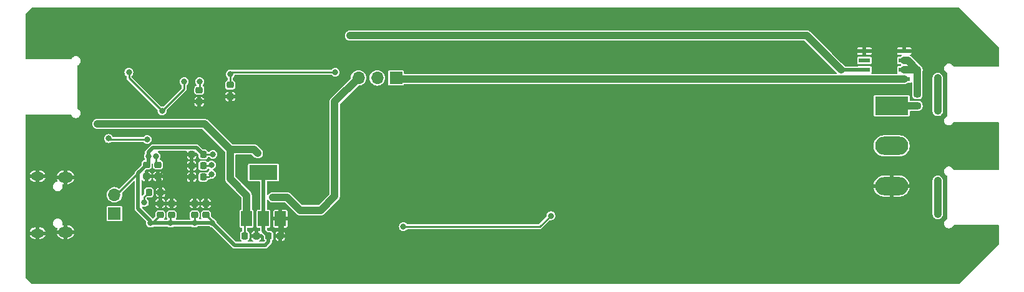
<source format=gbl>
G04 #@! TF.GenerationSoftware,KiCad,Pcbnew,7.99.0-4156-g4770532511*
G04 #@! TF.CreationDate,2024-01-07T23:02:07-05:00*
G04 #@! TF.ProjectId,emfi,656d6669-2e6b-4696-9361-645f70636258,0.1*
G04 #@! TF.SameCoordinates,Original*
G04 #@! TF.FileFunction,Copper,L2,Bot*
G04 #@! TF.FilePolarity,Positive*
%FSLAX46Y46*%
G04 Gerber Fmt 4.6, Leading zero omitted, Abs format (unit mm)*
G04 Created by KiCad (PCBNEW 7.99.0-4156-g4770532511) date 2024-01-07 23:02:07*
%MOMM*%
%LPD*%
G01*
G04 APERTURE LIST*
G04 Aperture macros list*
%AMRoundRect*
0 Rectangle with rounded corners*
0 $1 Rounding radius*
0 $2 $3 $4 $5 $6 $7 $8 $9 X,Y pos of 4 corners*
0 Add a 4 corners polygon primitive as box body*
4,1,4,$2,$3,$4,$5,$6,$7,$8,$9,$2,$3,0*
0 Add four circle primitives for the rounded corners*
1,1,$1+$1,$2,$3*
1,1,$1+$1,$4,$5*
1,1,$1+$1,$6,$7*
1,1,$1+$1,$8,$9*
0 Add four rect primitives between the rounded corners*
20,1,$1+$1,$2,$3,$4,$5,0*
20,1,$1+$1,$4,$5,$6,$7,0*
20,1,$1+$1,$6,$7,$8,$9,0*
20,1,$1+$1,$8,$9,$2,$3,0*%
G04 Aperture macros list end*
G04 #@! TA.AperFunction,ComponentPad*
%ADD10R,1.700000X1.700000*%
G04 #@! TD*
G04 #@! TA.AperFunction,ComponentPad*
%ADD11O,1.700000X1.700000*%
G04 #@! TD*
G04 #@! TA.AperFunction,ComponentPad*
%ADD12O,1.800000X1.150000*%
G04 #@! TD*
G04 #@! TA.AperFunction,ComponentPad*
%ADD13O,2.000000X1.450000*%
G04 #@! TD*
G04 #@! TA.AperFunction,SMDPad,CuDef*
%ADD14RoundRect,0.218750X-0.218750X-0.256250X0.218750X-0.256250X0.218750X0.256250X-0.218750X0.256250X0*%
G04 #@! TD*
G04 #@! TA.AperFunction,SMDPad,CuDef*
%ADD15RoundRect,0.218750X0.256250X-0.218750X0.256250X0.218750X-0.256250X0.218750X-0.256250X-0.218750X0*%
G04 #@! TD*
G04 #@! TA.AperFunction,SMDPad,CuDef*
%ADD16RoundRect,0.218750X-0.256250X0.218750X-0.256250X-0.218750X0.256250X-0.218750X0.256250X0.218750X0*%
G04 #@! TD*
G04 #@! TA.AperFunction,SMDPad,CuDef*
%ADD17RoundRect,0.218750X0.218750X0.256250X-0.218750X0.256250X-0.218750X-0.256250X0.218750X-0.256250X0*%
G04 #@! TD*
G04 #@! TA.AperFunction,SMDPad,CuDef*
%ADD18R,1.500000X2.000000*%
G04 #@! TD*
G04 #@! TA.AperFunction,SMDPad,CuDef*
%ADD19R,3.800000X2.000000*%
G04 #@! TD*
G04 #@! TA.AperFunction,SMDPad,CuDef*
%ADD20R,1.550000X0.600000*%
G04 #@! TD*
G04 #@! TA.AperFunction,ComponentPad*
%ADD21R,4.500000X2.500000*%
G04 #@! TD*
G04 #@! TA.AperFunction,ComponentPad*
%ADD22O,4.500000X2.500000*%
G04 #@! TD*
G04 #@! TA.AperFunction,ViaPad*
%ADD23C,0.800000*%
G04 #@! TD*
G04 #@! TA.AperFunction,Conductor*
%ADD24C,0.250000*%
G04 #@! TD*
G04 #@! TA.AperFunction,Conductor*
%ADD25C,1.000000*%
G04 #@! TD*
G04 #@! TA.AperFunction,Conductor*
%ADD26C,0.500000*%
G04 #@! TD*
G04 #@! TA.AperFunction,Conductor*
%ADD27C,0.700000*%
G04 #@! TD*
G04 APERTURE END LIST*
D10*
X93500000Y-37750000D03*
D11*
X90960000Y-37750000D03*
X88420000Y-37750000D03*
D10*
X55300000Y-56200000D03*
D11*
X55300000Y-53660000D03*
D12*
X44850000Y-51125000D03*
D13*
X48650000Y-51275000D03*
X48650000Y-58725000D03*
D12*
X44850000Y-58875000D03*
D14*
X76212500Y-59250000D03*
X77787500Y-59250000D03*
X72962500Y-59250000D03*
X74537500Y-59250000D03*
X65762500Y-51250000D03*
X67337500Y-51250000D03*
D15*
X61500000Y-56387500D03*
X61500000Y-54812500D03*
X63050000Y-56387500D03*
X63050000Y-54812500D03*
D16*
X66800000Y-39412500D03*
X66800000Y-40987500D03*
D17*
X67337500Y-48150000D03*
X65762500Y-48150000D03*
D15*
X67700000Y-56387500D03*
X67700000Y-54812500D03*
D17*
X67337500Y-49700000D03*
X65762500Y-49700000D03*
D16*
X61200000Y-49562500D03*
X61200000Y-51137500D03*
D15*
X66150000Y-56387500D03*
X66150000Y-54812500D03*
D16*
X59650000Y-49562500D03*
X59650000Y-51137500D03*
D17*
X61537500Y-53300000D03*
X59962500Y-53300000D03*
D15*
X164250000Y-41537500D03*
X164250000Y-39962500D03*
D18*
X77811079Y-56914277D03*
X75511079Y-56914277D03*
D19*
X75511079Y-50614277D03*
D18*
X73211079Y-56914277D03*
D20*
X157050000Y-37905000D03*
X157050000Y-36635000D03*
X157050000Y-35365000D03*
X157050000Y-34095000D03*
X162450000Y-34095000D03*
X162450000Y-35365000D03*
X162450000Y-36635000D03*
X162450000Y-37905000D03*
D16*
X71000000Y-38712500D03*
X71000000Y-40287500D03*
D21*
X160750000Y-41550000D03*
D22*
X160750000Y-47000000D03*
X160750000Y-52450000D03*
D23*
X44000000Y-45000000D03*
X44000000Y-49000000D03*
X44000000Y-48000000D03*
X44000000Y-47000000D03*
X44000000Y-46000000D03*
X44000000Y-33000000D03*
X44000000Y-32000000D03*
X44000000Y-31000000D03*
X44000000Y-30000000D03*
X45000000Y-29000000D03*
X46000000Y-29000000D03*
X47000000Y-29000000D03*
X48000000Y-29000000D03*
X49000000Y-29000000D03*
X50000000Y-29000000D03*
X51000000Y-29000000D03*
X52000000Y-29000000D03*
X53000000Y-29000000D03*
X60000000Y-29000000D03*
X56000000Y-29000000D03*
X62000000Y-29000000D03*
X58000000Y-29000000D03*
X55000000Y-29000000D03*
X59000000Y-29000000D03*
X54000000Y-29000000D03*
X61000000Y-29000000D03*
X57000000Y-29000000D03*
X78000000Y-29000000D03*
X75000000Y-29000000D03*
X68000000Y-29000000D03*
X64000000Y-29000000D03*
X79000000Y-29000000D03*
X70000000Y-29000000D03*
X66000000Y-29000000D03*
X63000000Y-29000000D03*
X67000000Y-29000000D03*
X72000000Y-29000000D03*
X76000000Y-29000000D03*
X69000000Y-29000000D03*
X71000000Y-29000000D03*
X73000000Y-29000000D03*
X74000000Y-29000000D03*
X65000000Y-29000000D03*
X77000000Y-29000000D03*
X84000000Y-29000000D03*
X92000000Y-29000000D03*
X87000000Y-29000000D03*
X91000000Y-29000000D03*
X93000000Y-29000000D03*
X90000000Y-29000000D03*
X80000000Y-29000000D03*
X86000000Y-29000000D03*
X95000000Y-29000000D03*
X88000000Y-29000000D03*
X89000000Y-29000000D03*
X96000000Y-29000000D03*
X81000000Y-29000000D03*
X94000000Y-29000000D03*
X83000000Y-29000000D03*
X85000000Y-29000000D03*
X82000000Y-29000000D03*
X100000000Y-29000000D03*
X99000000Y-29000000D03*
X112000000Y-29000000D03*
X101000000Y-29000000D03*
X98000000Y-29000000D03*
X107000000Y-29000000D03*
X105000000Y-29000000D03*
X109000000Y-29000000D03*
X119000000Y-29000000D03*
X110000000Y-29000000D03*
X118000000Y-29000000D03*
X103000000Y-29000000D03*
X108000000Y-29000000D03*
X97000000Y-29000000D03*
X111000000Y-29000000D03*
X104000000Y-29000000D03*
X116000000Y-29000000D03*
X106000000Y-29000000D03*
X113000000Y-29000000D03*
X117000000Y-29000000D03*
X121000000Y-29000000D03*
X114000000Y-29000000D03*
X115000000Y-29000000D03*
X102000000Y-29000000D03*
X120000000Y-29000000D03*
X140000000Y-29000000D03*
X132000000Y-29000000D03*
X141000000Y-29000000D03*
X124000000Y-29000000D03*
X145000000Y-29000000D03*
X142000000Y-29000000D03*
X126000000Y-29000000D03*
X123000000Y-29000000D03*
X146000000Y-29000000D03*
X122000000Y-29000000D03*
X135000000Y-29000000D03*
X125000000Y-29000000D03*
X138000000Y-29000000D03*
X136000000Y-29000000D03*
X133000000Y-29000000D03*
X144000000Y-29000000D03*
X130000000Y-29000000D03*
X129000000Y-29000000D03*
X134000000Y-29000000D03*
X128000000Y-29000000D03*
X131000000Y-29000000D03*
X139000000Y-29000000D03*
X137000000Y-29000000D03*
X127000000Y-29000000D03*
X143000000Y-29000000D03*
X158000000Y-29000000D03*
X157000000Y-29000000D03*
X151000000Y-29000000D03*
X147000000Y-29000000D03*
X149000000Y-29000000D03*
X150000000Y-29000000D03*
X155000000Y-29000000D03*
X154000000Y-29000000D03*
X153000000Y-29000000D03*
X156000000Y-29000000D03*
X148000000Y-29000000D03*
X152000000Y-29000000D03*
X159000000Y-29000000D03*
X160000000Y-29000000D03*
X161000000Y-29000000D03*
X162000000Y-29000000D03*
X163000000Y-29000000D03*
X164000000Y-29000000D03*
X164000000Y-65000000D03*
X163000000Y-65000000D03*
X162000000Y-65000000D03*
X161000000Y-65000000D03*
X160000000Y-65000000D03*
X158000000Y-65000000D03*
X159000000Y-65000000D03*
X157000000Y-65000000D03*
X155000000Y-65000000D03*
X152000000Y-65000000D03*
X156000000Y-65000000D03*
X153000000Y-65000000D03*
X154000000Y-65000000D03*
X150000000Y-65000000D03*
X147000000Y-65000000D03*
X148000000Y-65000000D03*
X151000000Y-65000000D03*
X146000000Y-65000000D03*
X149000000Y-65000000D03*
X145000000Y-65000000D03*
X143000000Y-65000000D03*
X142000000Y-65000000D03*
X141000000Y-65000000D03*
X140000000Y-65000000D03*
X144000000Y-65000000D03*
X128000000Y-65000000D03*
X126000000Y-65000000D03*
X125000000Y-65000000D03*
X133000000Y-65000000D03*
X130000000Y-65000000D03*
X138000000Y-65000000D03*
X131000000Y-65000000D03*
X135000000Y-65000000D03*
X139000000Y-65000000D03*
X134000000Y-65000000D03*
X136000000Y-65000000D03*
X124000000Y-65000000D03*
X129000000Y-65000000D03*
X127000000Y-65000000D03*
X132000000Y-65000000D03*
X137000000Y-65000000D03*
X116000000Y-65000000D03*
X110000000Y-65000000D03*
X108000000Y-65000000D03*
X109000000Y-65000000D03*
X122000000Y-65000000D03*
X121000000Y-65000000D03*
X117000000Y-65000000D03*
X119000000Y-65000000D03*
X112000000Y-65000000D03*
X115000000Y-65000000D03*
X111000000Y-65000000D03*
X120000000Y-65000000D03*
X114000000Y-65000000D03*
X113000000Y-65000000D03*
X123000000Y-65000000D03*
X118000000Y-65000000D03*
X105000000Y-65000000D03*
X94000000Y-65000000D03*
X95000000Y-65000000D03*
X97000000Y-65000000D03*
X104000000Y-65000000D03*
X96000000Y-65000000D03*
X103000000Y-65000000D03*
X93000000Y-65000000D03*
X106000000Y-65000000D03*
X92000000Y-65000000D03*
X102000000Y-65000000D03*
X100000000Y-65000000D03*
X99000000Y-65000000D03*
X98000000Y-65000000D03*
X101000000Y-65000000D03*
X107000000Y-65000000D03*
X91000000Y-65000000D03*
X76000000Y-65000000D03*
X86000000Y-65000000D03*
X88000000Y-65000000D03*
X89000000Y-65000000D03*
X81000000Y-65000000D03*
X84000000Y-65000000D03*
X83000000Y-65000000D03*
X82000000Y-65000000D03*
X85000000Y-65000000D03*
X80000000Y-65000000D03*
X87000000Y-65000000D03*
X90000000Y-65000000D03*
X78000000Y-65000000D03*
X79000000Y-65000000D03*
X77000000Y-65000000D03*
X68000000Y-65000000D03*
X66000000Y-65000000D03*
X69000000Y-65000000D03*
X73000000Y-65000000D03*
X72000000Y-65000000D03*
X60000000Y-65000000D03*
X67000000Y-65000000D03*
X75000000Y-65000000D03*
X70000000Y-65000000D03*
X62000000Y-65000000D03*
X63000000Y-65000000D03*
X61000000Y-65000000D03*
X65000000Y-65000000D03*
X71000000Y-65000000D03*
X74000000Y-65000000D03*
X64000000Y-65000000D03*
X49000000Y-65000000D03*
X53000000Y-65000000D03*
X57000000Y-65000000D03*
X51000000Y-65000000D03*
X52000000Y-65000000D03*
X50000000Y-65000000D03*
X55000000Y-65000000D03*
X58000000Y-65000000D03*
X59000000Y-65000000D03*
X54000000Y-65000000D03*
X45000000Y-65000000D03*
X48000000Y-65000000D03*
X47000000Y-65000000D03*
X56000000Y-65000000D03*
X46000000Y-65000000D03*
X44000000Y-64000000D03*
X44000000Y-63000000D03*
X44000000Y-62000000D03*
X44000000Y-61000000D03*
X165000000Y-29000000D03*
X166000000Y-29000000D03*
X167000000Y-29000000D03*
X168000000Y-29000000D03*
X169000000Y-29000000D03*
X170000000Y-30000000D03*
X171000000Y-31000000D03*
X172000000Y-32000000D03*
X173000000Y-33000000D03*
X174000000Y-34000000D03*
X174000000Y-46000000D03*
X174000000Y-47000000D03*
X174000000Y-48000000D03*
X174000000Y-60000000D03*
X173000000Y-61000000D03*
X172000000Y-62000000D03*
X171000000Y-63000000D03*
X170000000Y-64000000D03*
X169000000Y-65000000D03*
X168000000Y-65000000D03*
X167000000Y-65000000D03*
X166000000Y-65000000D03*
X165000000Y-65000000D03*
X84000000Y-41000000D03*
X84000000Y-43000000D03*
X84000000Y-45000000D03*
X84000000Y-47000000D03*
X84000000Y-49000000D03*
X84000000Y-51000000D03*
X84000000Y-53000000D03*
X84000000Y-63000000D03*
X84000000Y-59000000D03*
X84000000Y-57000000D03*
X55750000Y-42000000D03*
X64500000Y-42000000D03*
X63750000Y-49000000D03*
X63750000Y-53000000D03*
X67750000Y-53000000D03*
X63000000Y-60750000D03*
X66500000Y-60750000D03*
X156500000Y-53600000D03*
X156500000Y-40300000D03*
X76150000Y-48000000D03*
X52750000Y-48250000D03*
X84000000Y-33100010D03*
X71738990Y-45350000D03*
X50250000Y-56250000D03*
X73650000Y-45350000D03*
X84000000Y-30899990D03*
X53250000Y-36500000D03*
X68450000Y-50850000D03*
X94500000Y-58000000D03*
X114500000Y-56500000D03*
X167000000Y-51750000D03*
X167000000Y-56250000D03*
X87250000Y-32000000D03*
X59350000Y-54700000D03*
X167000000Y-37750000D03*
X167000000Y-42250000D03*
X71000000Y-37250000D03*
X85250000Y-37000000D03*
X53000000Y-44000000D03*
X74750000Y-48000000D03*
X76750000Y-54000000D03*
X68650000Y-48150000D03*
X57250000Y-36999952D03*
X59900000Y-48400000D03*
X68550000Y-57450000D03*
X66150000Y-57500000D03*
X62900000Y-57500000D03*
X60200000Y-57500000D03*
X64750000Y-38250000D03*
X61750000Y-42250000D03*
X66850000Y-38250000D03*
X68450000Y-49600000D03*
X60950000Y-48400000D03*
X59725000Y-46120484D03*
X54500000Y-46000000D03*
D24*
X65762500Y-48150000D02*
X65762500Y-49700000D01*
D25*
X161087500Y-52787500D02*
X160750000Y-52450000D01*
D26*
X52750000Y-48250000D02*
X52750000Y-53750000D01*
X78048579Y-59264277D02*
X78048579Y-57151777D01*
D24*
X61200000Y-51137500D02*
X59650000Y-51137500D01*
X61537500Y-54775000D02*
X61500000Y-54812500D01*
X61537500Y-53300000D02*
X61537500Y-51475000D01*
X61537500Y-51475000D02*
X61200000Y-51137500D01*
D26*
X52750000Y-53750000D02*
X50250000Y-56250000D01*
X78048579Y-57151777D02*
X77811079Y-56914277D01*
D27*
X76150000Y-48000000D02*
X76150000Y-47850000D01*
D24*
X61537500Y-53300000D02*
X61537500Y-54775000D01*
X65762500Y-49700000D02*
X62637500Y-49700000D01*
X67700000Y-54812500D02*
X61500000Y-54812500D01*
D27*
X76150000Y-47850000D02*
X73650000Y-45350000D01*
D24*
X73650000Y-45500000D02*
X73650000Y-45350000D01*
X62637500Y-49700000D02*
X61200000Y-51137500D01*
D27*
X73650000Y-45350000D02*
X71738990Y-45350000D01*
D24*
X67337500Y-51250000D02*
X68050000Y-51250000D01*
X68050000Y-51250000D02*
X68450000Y-50850000D01*
X94500000Y-58000000D02*
X113000000Y-58000000D01*
X113000000Y-58000000D02*
X114500000Y-56500000D01*
D25*
X167000000Y-56250000D02*
X167000000Y-51750000D01*
X153885000Y-36635000D02*
X149250000Y-32000000D01*
D26*
X157050000Y-36635000D02*
X153885000Y-36635000D01*
D25*
X149250000Y-32000000D02*
X87250000Y-32000000D01*
D24*
X59350000Y-53912500D02*
X59962500Y-53300000D01*
X59350000Y-54700000D02*
X59350000Y-53912500D01*
D25*
X164250000Y-41537500D02*
X160762500Y-41537500D01*
X160762500Y-41537500D02*
X160750000Y-41550000D01*
X167000000Y-42250000D02*
X167000000Y-37750000D01*
X162450000Y-37905000D02*
X157050000Y-37905000D01*
X93655000Y-37905000D02*
X93500000Y-37750000D01*
X158300000Y-37905000D02*
X93655000Y-37905000D01*
D24*
X85250000Y-37000000D02*
X71250000Y-37000000D01*
X71000000Y-38712500D02*
X71000000Y-37250000D01*
X71250000Y-37000000D02*
X71000000Y-37250000D01*
D25*
X73250000Y-53750000D02*
X71000000Y-51500000D01*
X57500000Y-44000000D02*
X53000000Y-44000000D01*
D24*
X72962500Y-59250000D02*
X72962500Y-57162856D01*
D25*
X73250000Y-56875356D02*
X73211079Y-56914277D01*
X74250000Y-47500000D02*
X74750000Y-48000000D01*
X73250000Y-53750000D02*
X73250000Y-56875356D01*
X71000000Y-47500000D02*
X67500000Y-44000000D01*
X71000000Y-51500000D02*
X71000000Y-47500000D01*
D24*
X72962500Y-57162856D02*
X73211079Y-56914277D01*
D25*
X67500000Y-44000000D02*
X57500000Y-44000000D01*
X71000000Y-47500000D02*
X74250000Y-47500000D01*
X78750000Y-54000000D02*
X76750000Y-54000000D01*
X88420000Y-37750000D02*
X85170000Y-41000000D01*
X83250000Y-55750000D02*
X80500000Y-55750000D01*
X80500000Y-55750000D02*
X78750000Y-54000000D01*
X85170000Y-41000000D02*
X85170000Y-53830000D01*
X85170000Y-53830000D02*
X83250000Y-55750000D01*
D24*
X60200000Y-57500000D02*
X60387500Y-57500000D01*
D26*
X75511079Y-56914277D02*
X75511079Y-58548579D01*
X66200000Y-57450000D02*
X66150000Y-57500000D01*
D24*
X57250000Y-37750000D02*
X57250000Y-37565637D01*
D26*
X76212500Y-60037500D02*
X75750000Y-60500000D01*
D24*
X68550000Y-57450000D02*
X68550000Y-57237500D01*
D26*
X75511079Y-55414277D02*
X75511079Y-50614277D01*
D24*
X61750000Y-42250000D02*
X57250000Y-37750000D01*
X55250000Y-53460000D02*
X55460000Y-53250000D01*
D26*
X60509325Y-47224990D02*
X66412490Y-47224990D01*
D24*
X64750000Y-39250000D02*
X61750000Y-42250000D01*
D26*
X75511079Y-56914277D02*
X75511079Y-55414277D01*
X66412490Y-47224990D02*
X67337500Y-48150000D01*
X59900000Y-48400000D02*
X59900000Y-49312500D01*
D24*
X59900000Y-49312500D02*
X59650000Y-49562500D01*
D26*
X62900000Y-57500000D02*
X60200000Y-57500000D01*
X66150000Y-57500000D02*
X62900000Y-57500000D01*
D24*
X66150000Y-57500000D02*
X66150000Y-56400000D01*
X55460000Y-53250000D02*
X55962500Y-53250000D01*
X62900000Y-57500000D02*
X62900000Y-56537500D01*
D26*
X58500000Y-50712500D02*
X59650000Y-49562500D01*
D24*
X60200000Y-57500000D02*
X60200000Y-57200000D01*
D26*
X71600000Y-60500000D02*
X68550000Y-57450000D01*
D24*
X62900000Y-56537500D02*
X63050000Y-56387500D01*
D26*
X58500000Y-55500000D02*
X58500000Y-50712500D01*
X59900000Y-47834315D02*
X60509325Y-47224990D01*
X60200000Y-57200000D02*
X58500000Y-55500000D01*
X68550000Y-57450000D02*
X66200000Y-57450000D01*
D24*
X57250000Y-37565637D02*
X57250000Y-36999952D01*
D26*
X59900000Y-48400000D02*
X59900000Y-47834315D01*
X76212500Y-59250000D02*
X76212500Y-60037500D01*
D24*
X68650000Y-48150000D02*
X67337500Y-48150000D01*
X64750000Y-38250000D02*
X64750000Y-39250000D01*
X55962500Y-53250000D02*
X58500000Y-50712500D01*
X60387500Y-57500000D02*
X61500000Y-56387500D01*
D26*
X75750000Y-60500000D02*
X71600000Y-60500000D01*
D24*
X68550000Y-57237500D02*
X67700000Y-56387500D01*
D26*
X75511079Y-58548579D02*
X76212500Y-59250000D01*
D24*
X66850000Y-39362500D02*
X66800000Y-39412500D01*
X66850000Y-38250000D02*
X66850000Y-39362500D01*
X68450000Y-49700000D02*
X67337500Y-49700000D01*
X60950000Y-48400000D02*
X60950000Y-49312500D01*
X60950000Y-49312500D02*
X61200000Y-49562500D01*
D25*
X162450000Y-36635000D02*
X164225000Y-36635000D01*
X162925000Y-35365000D02*
X162450000Y-35365000D01*
X164250000Y-36690000D02*
X162925000Y-35365000D01*
X164225000Y-36635000D02*
X164225000Y-39937490D01*
D24*
X54620484Y-46120484D02*
X54500000Y-46000000D01*
X59725000Y-46120484D02*
X54620484Y-46120484D01*
G04 #@! TA.AperFunction,Conductor*
G36*
X169934133Y-28219407D02*
G01*
X169945946Y-28229496D01*
X175270504Y-33554054D01*
X175298281Y-33608571D01*
X175299500Y-33624058D01*
X175299500Y-36140500D01*
X175280593Y-36198691D01*
X175231093Y-36234655D01*
X175200500Y-36239500D01*
X169187196Y-36239500D01*
X169129005Y-36220593D01*
X169095732Y-36178387D01*
X169080038Y-36140500D01*
X169076465Y-36131873D01*
X169076464Y-36131871D01*
X169076461Y-36131866D01*
X169040299Y-36077747D01*
X169005276Y-36025331D01*
X168914669Y-35934724D01*
X168872226Y-35906365D01*
X168808133Y-35863538D01*
X168808125Y-35863534D01*
X168689747Y-35814500D01*
X168689745Y-35814499D01*
X168689744Y-35814499D01*
X168564069Y-35789500D01*
X168435931Y-35789500D01*
X168435930Y-35789500D01*
X168373093Y-35801999D01*
X168310256Y-35814499D01*
X168310255Y-35814499D01*
X168310252Y-35814500D01*
X168191874Y-35863534D01*
X168191866Y-35863538D01*
X168085331Y-35934724D01*
X168085327Y-35934727D01*
X167994727Y-36025327D01*
X167994724Y-36025331D01*
X167923538Y-36131866D01*
X167923534Y-36131874D01*
X167874500Y-36250252D01*
X167874499Y-36250255D01*
X167874499Y-36250256D01*
X167849500Y-36375931D01*
X167849500Y-36504069D01*
X167872760Y-36621003D01*
X167874499Y-36629742D01*
X167874500Y-36629747D01*
X167923534Y-36748125D01*
X167923538Y-36748133D01*
X167966365Y-36812226D01*
X167994724Y-36854669D01*
X168085331Y-36945276D01*
X168165055Y-36998546D01*
X168191871Y-37016464D01*
X168191872Y-37016464D01*
X168191873Y-37016465D01*
X168238386Y-37035731D01*
X168284910Y-37075465D01*
X168299500Y-37127194D01*
X168299500Y-42872804D01*
X168280593Y-42930995D01*
X168238387Y-42964268D01*
X168191871Y-42983535D01*
X168191866Y-42983538D01*
X168085331Y-43054724D01*
X168085327Y-43054727D01*
X167994727Y-43145327D01*
X167994724Y-43145331D01*
X167923538Y-43251866D01*
X167923534Y-43251874D01*
X167874500Y-43370252D01*
X167874499Y-43370257D01*
X167849500Y-43495930D01*
X167849500Y-43624069D01*
X167874499Y-43749742D01*
X167874500Y-43749747D01*
X167923534Y-43868125D01*
X167923538Y-43868133D01*
X167965548Y-43931004D01*
X167994724Y-43974669D01*
X168085331Y-44065276D01*
X168148848Y-44107717D01*
X168191866Y-44136461D01*
X168191870Y-44136463D01*
X168191873Y-44136465D01*
X168310256Y-44185501D01*
X168435931Y-44210500D01*
X168435932Y-44210500D01*
X168564068Y-44210500D01*
X168564069Y-44210500D01*
X168689744Y-44185501D01*
X168808127Y-44136465D01*
X168914669Y-44065276D01*
X169005276Y-43974669D01*
X169076465Y-43868127D01*
X169095732Y-43821613D01*
X169135470Y-43775088D01*
X169187196Y-43760500D01*
X175200500Y-43760500D01*
X175258691Y-43779407D01*
X175294655Y-43828907D01*
X175299500Y-43859500D01*
X175299500Y-50140500D01*
X175280593Y-50198691D01*
X175231093Y-50234655D01*
X175200500Y-50239500D01*
X169187196Y-50239500D01*
X169129005Y-50220593D01*
X169095732Y-50178387D01*
X169076464Y-50131871D01*
X169076461Y-50131866D01*
X169044006Y-50083294D01*
X169005276Y-50025331D01*
X168914669Y-49934724D01*
X168866948Y-49902838D01*
X168808133Y-49863538D01*
X168808125Y-49863534D01*
X168689747Y-49814500D01*
X168689745Y-49814499D01*
X168689744Y-49814499D01*
X168564069Y-49789500D01*
X168435931Y-49789500D01*
X168435930Y-49789500D01*
X168373093Y-49801999D01*
X168310256Y-49814499D01*
X168310255Y-49814499D01*
X168310252Y-49814500D01*
X168191874Y-49863534D01*
X168191866Y-49863538D01*
X168085331Y-49934724D01*
X168085327Y-49934727D01*
X167994727Y-50025327D01*
X167994724Y-50025331D01*
X167923538Y-50131866D01*
X167923534Y-50131874D01*
X167874500Y-50250252D01*
X167874499Y-50250257D01*
X167849758Y-50374636D01*
X167849500Y-50375931D01*
X167849500Y-50504069D01*
X167865356Y-50583782D01*
X167874499Y-50629742D01*
X167874500Y-50629747D01*
X167923534Y-50748125D01*
X167923538Y-50748133D01*
X167966365Y-50812226D01*
X167994724Y-50854669D01*
X168085331Y-50945276D01*
X168161243Y-50995999D01*
X168191871Y-51016464D01*
X168191872Y-51016464D01*
X168191873Y-51016465D01*
X168238386Y-51035731D01*
X168284910Y-51075465D01*
X168299500Y-51127194D01*
X168299500Y-56872804D01*
X168280593Y-56930995D01*
X168238387Y-56964268D01*
X168191871Y-56983535D01*
X168191866Y-56983538D01*
X168085331Y-57054724D01*
X168085327Y-57054727D01*
X167994727Y-57145327D01*
X167994724Y-57145331D01*
X167923538Y-57251866D01*
X167923534Y-57251874D01*
X167874500Y-57370252D01*
X167874499Y-57370255D01*
X167874499Y-57370256D01*
X167849500Y-57495931D01*
X167849500Y-57624069D01*
X167870888Y-57731593D01*
X167874499Y-57749742D01*
X167874500Y-57749747D01*
X167923534Y-57868125D01*
X167923538Y-57868133D01*
X167961090Y-57924332D01*
X167994724Y-57974669D01*
X168085331Y-58065276D01*
X168137299Y-58100000D01*
X168191866Y-58136461D01*
X168191870Y-58136463D01*
X168191873Y-58136465D01*
X168310256Y-58185501D01*
X168435931Y-58210500D01*
X168435932Y-58210500D01*
X168564068Y-58210500D01*
X168564069Y-58210500D01*
X168689744Y-58185501D01*
X168808127Y-58136465D01*
X168914669Y-58065276D01*
X169005276Y-57974669D01*
X169076465Y-57868127D01*
X169095732Y-57821613D01*
X169135470Y-57775088D01*
X169187196Y-57760500D01*
X175200500Y-57760500D01*
X175258691Y-57779407D01*
X175294655Y-57828907D01*
X175299500Y-57859500D01*
X175299500Y-60375942D01*
X175280593Y-60434133D01*
X175270504Y-60445946D01*
X169945946Y-65770504D01*
X169891429Y-65798281D01*
X169875942Y-65799500D01*
X44124058Y-65799500D01*
X44065867Y-65780593D01*
X44054054Y-65770504D01*
X43229496Y-64945946D01*
X43201719Y-64891429D01*
X43200500Y-64875942D01*
X43200500Y-58620999D01*
X43791356Y-58620999D01*
X43791357Y-58621000D01*
X44419600Y-58621000D01*
X44369225Y-58641866D01*
X44291866Y-58719225D01*
X44250000Y-58820299D01*
X44250000Y-58929701D01*
X44291866Y-59030775D01*
X44369225Y-59108134D01*
X44419600Y-59129000D01*
X43791357Y-59129000D01*
X43838202Y-59242097D01*
X43923015Y-59369030D01*
X44030969Y-59476984D01*
X44157902Y-59561797D01*
X44298940Y-59620216D01*
X44448666Y-59649999D01*
X44448670Y-59650000D01*
X44595999Y-59650000D01*
X44596000Y-59649999D01*
X44596000Y-59150000D01*
X45104000Y-59150000D01*
X45104000Y-59649999D01*
X45104001Y-59650000D01*
X45251330Y-59650000D01*
X45251333Y-59649999D01*
X45401058Y-59620216D01*
X45401060Y-59620216D01*
X45542097Y-59561797D01*
X45669030Y-59476984D01*
X45776984Y-59369030D01*
X45861797Y-59242097D01*
X45908643Y-59129000D01*
X45280400Y-59129000D01*
X45330775Y-59108134D01*
X45408134Y-59030775D01*
X45450000Y-58929701D01*
X45450000Y-58820299D01*
X45408134Y-58719225D01*
X45330775Y-58641866D01*
X45280400Y-58621000D01*
X45908643Y-58621000D01*
X45908643Y-58620999D01*
X45861797Y-58507902D01*
X45776984Y-58380969D01*
X45669030Y-58273015D01*
X45542097Y-58188202D01*
X45401059Y-58129783D01*
X45251333Y-58100000D01*
X45104001Y-58100000D01*
X45104000Y-58100001D01*
X45104000Y-58600000D01*
X44596000Y-58600000D01*
X44596000Y-58100001D01*
X44595999Y-58100000D01*
X44448666Y-58100000D01*
X44298941Y-58129783D01*
X44298939Y-58129783D01*
X44157902Y-58188202D01*
X44030969Y-58273015D01*
X43923015Y-58380969D01*
X43838202Y-58507902D01*
X43791356Y-58620999D01*
X43200500Y-58620999D01*
X43200500Y-57564069D01*
X46949500Y-57564069D01*
X46971224Y-57673281D01*
X46974499Y-57689742D01*
X46974500Y-57689747D01*
X47023534Y-57808125D01*
X47023538Y-57808133D01*
X47041856Y-57835547D01*
X47094724Y-57914669D01*
X47185331Y-58005276D01*
X47229879Y-58035042D01*
X47291866Y-58076461D01*
X47291870Y-58076463D01*
X47291873Y-58076465D01*
X47410256Y-58125501D01*
X47488370Y-58141039D01*
X47541753Y-58170936D01*
X47567369Y-58226501D01*
X47556855Y-58282238D01*
X47557136Y-58282355D01*
X47556579Y-58283697D01*
X47556374Y-58284789D01*
X47555278Y-58286839D01*
X47485547Y-58455183D01*
X47482401Y-58471000D01*
X48030900Y-58471000D01*
X47978963Y-58560956D01*
X47950000Y-58669048D01*
X47950000Y-58780952D01*
X47978963Y-58889044D01*
X48030900Y-58979000D01*
X47482402Y-58979000D01*
X47485547Y-58994816D01*
X47555274Y-59163150D01*
X47555278Y-59163159D01*
X47656505Y-59314652D01*
X47656508Y-59314656D01*
X47785343Y-59443491D01*
X47785347Y-59443494D01*
X47936840Y-59544721D01*
X47936852Y-59544727D01*
X48105186Y-59614452D01*
X48283892Y-59649999D01*
X48283896Y-59650000D01*
X48395999Y-59650000D01*
X48396000Y-59649999D01*
X48396000Y-59150000D01*
X48904000Y-59150000D01*
X48904000Y-59649999D01*
X48904001Y-59650000D01*
X49016104Y-59650000D01*
X49016107Y-59649999D01*
X49194812Y-59614452D01*
X49194814Y-59614452D01*
X49363147Y-59544727D01*
X49363159Y-59544721D01*
X49514652Y-59443494D01*
X49514656Y-59443491D01*
X49643491Y-59314656D01*
X49643494Y-59314652D01*
X49744721Y-59163159D01*
X49744725Y-59163150D01*
X49814452Y-58994816D01*
X49817598Y-58979000D01*
X49269100Y-58979000D01*
X49321037Y-58889044D01*
X49350000Y-58780952D01*
X49350000Y-58669048D01*
X49321037Y-58560956D01*
X49269100Y-58471000D01*
X49817598Y-58471000D01*
X49814452Y-58455183D01*
X49744725Y-58286849D01*
X49744721Y-58286840D01*
X49643494Y-58135347D01*
X49643491Y-58135343D01*
X49514656Y-58006508D01*
X49514652Y-58006505D01*
X49363159Y-57905278D01*
X49363147Y-57905272D01*
X49194813Y-57835547D01*
X49016107Y-57800000D01*
X48904001Y-57800000D01*
X48904000Y-57800001D01*
X48904000Y-58300000D01*
X48396000Y-58300000D01*
X48396000Y-57800001D01*
X48395999Y-57800000D01*
X48324202Y-57800000D01*
X48266011Y-57781093D01*
X48230047Y-57731593D01*
X48227104Y-57681686D01*
X48232062Y-57656762D01*
X48250500Y-57564069D01*
X48250500Y-57435931D01*
X48225501Y-57310256D01*
X48176465Y-57191873D01*
X48176463Y-57191870D01*
X48176461Y-57191866D01*
X48133938Y-57128227D01*
X48105276Y-57085331D01*
X48089691Y-57069746D01*
X54249500Y-57069746D01*
X54249501Y-57069758D01*
X54261132Y-57128227D01*
X54261134Y-57128233D01*
X54305445Y-57194548D01*
X54305448Y-57194552D01*
X54371769Y-57238867D01*
X54416231Y-57247711D01*
X54430241Y-57250498D01*
X54430246Y-57250498D01*
X54430252Y-57250500D01*
X54430253Y-57250500D01*
X56169747Y-57250500D01*
X56169748Y-57250500D01*
X56228231Y-57238867D01*
X56294552Y-57194552D01*
X56338867Y-57128231D01*
X56350500Y-57069748D01*
X56350500Y-55330252D01*
X56338867Y-55271769D01*
X56294552Y-55205448D01*
X56294548Y-55205445D01*
X56228233Y-55161134D01*
X56228231Y-55161133D01*
X56228228Y-55161132D01*
X56228227Y-55161132D01*
X56169758Y-55149501D01*
X56169748Y-55149500D01*
X54430252Y-55149500D01*
X54430251Y-55149500D01*
X54430241Y-55149501D01*
X54371772Y-55161132D01*
X54371766Y-55161134D01*
X54305451Y-55205445D01*
X54305445Y-55205451D01*
X54261134Y-55271766D01*
X54261132Y-55271772D01*
X54249501Y-55330241D01*
X54249500Y-55330253D01*
X54249500Y-57069746D01*
X48089691Y-57069746D01*
X48014669Y-56994724D01*
X47969088Y-56964268D01*
X47908133Y-56923538D01*
X47908125Y-56923534D01*
X47789747Y-56874500D01*
X47789745Y-56874499D01*
X47789744Y-56874499D01*
X47664069Y-56849500D01*
X47535931Y-56849500D01*
X47535930Y-56849500D01*
X47488761Y-56858883D01*
X47410256Y-56874499D01*
X47410255Y-56874499D01*
X47410252Y-56874500D01*
X47291874Y-56923534D01*
X47291866Y-56923538D01*
X47185331Y-56994724D01*
X47185327Y-56994727D01*
X47094727Y-57085327D01*
X47094724Y-57085331D01*
X47023538Y-57191866D01*
X47023534Y-57191874D01*
X46974500Y-57310252D01*
X46974499Y-57310255D01*
X46974499Y-57310256D01*
X46962565Y-57370252D01*
X46953673Y-57414955D01*
X46949500Y-57435931D01*
X46949500Y-57564069D01*
X43200500Y-57564069D01*
X43200500Y-52564069D01*
X46949500Y-52564069D01*
X46973509Y-52684768D01*
X46974499Y-52689742D01*
X46974500Y-52689747D01*
X47023534Y-52808125D01*
X47023538Y-52808133D01*
X47066365Y-52872226D01*
X47094724Y-52914669D01*
X47185331Y-53005276D01*
X47226169Y-53032563D01*
X47291866Y-53076461D01*
X47291870Y-53076463D01*
X47291873Y-53076465D01*
X47410256Y-53125501D01*
X47535931Y-53150500D01*
X47535932Y-53150500D01*
X47664068Y-53150500D01*
X47664069Y-53150500D01*
X47789744Y-53125501D01*
X47908127Y-53076465D01*
X48014669Y-53005276D01*
X48105276Y-52914669D01*
X48176465Y-52808127D01*
X48225501Y-52689744D01*
X48250500Y-52564069D01*
X48250500Y-52435931D01*
X48227104Y-52318314D01*
X48234296Y-52257553D01*
X48275828Y-52212623D01*
X48324202Y-52200000D01*
X48395999Y-52200000D01*
X48396000Y-52199999D01*
X48396000Y-51700000D01*
X48904000Y-51700000D01*
X48904000Y-52199999D01*
X48904001Y-52200000D01*
X49016104Y-52200000D01*
X49016107Y-52199999D01*
X49194812Y-52164452D01*
X49194814Y-52164452D01*
X49363147Y-52094727D01*
X49363159Y-52094721D01*
X49514652Y-51993494D01*
X49514656Y-51993491D01*
X49643491Y-51864656D01*
X49643494Y-51864652D01*
X49744721Y-51713159D01*
X49744725Y-51713150D01*
X49814452Y-51544816D01*
X49817598Y-51529000D01*
X49269100Y-51529000D01*
X49321037Y-51439044D01*
X49350000Y-51330952D01*
X49350000Y-51219048D01*
X49321037Y-51110956D01*
X49269100Y-51021000D01*
X49817598Y-51021000D01*
X49814452Y-51005183D01*
X49744725Y-50836849D01*
X49744721Y-50836840D01*
X49643494Y-50685347D01*
X49643491Y-50685343D01*
X49514656Y-50556508D01*
X49514652Y-50556505D01*
X49363159Y-50455278D01*
X49363147Y-50455272D01*
X49194813Y-50385547D01*
X49016107Y-50350000D01*
X48904001Y-50350000D01*
X48904000Y-50350001D01*
X48904000Y-50850000D01*
X48396000Y-50850000D01*
X48396000Y-50350001D01*
X48395999Y-50350000D01*
X48283892Y-50350000D01*
X48105187Y-50385547D01*
X48105185Y-50385547D01*
X47936852Y-50455272D01*
X47936840Y-50455278D01*
X47785347Y-50556505D01*
X47785343Y-50556508D01*
X47656508Y-50685343D01*
X47656505Y-50685347D01*
X47555278Y-50836840D01*
X47555274Y-50836849D01*
X47485547Y-51005183D01*
X47482401Y-51021000D01*
X48030900Y-51021000D01*
X47978963Y-51110956D01*
X47950000Y-51219048D01*
X47950000Y-51330952D01*
X47978963Y-51439044D01*
X48030900Y-51529000D01*
X47482402Y-51529000D01*
X47485547Y-51544816D01*
X47555276Y-51713155D01*
X47556371Y-51715204D01*
X47556557Y-51716247D01*
X47557136Y-51717645D01*
X47556829Y-51717772D01*
X47567120Y-51775438D01*
X47540411Y-51830486D01*
X47488371Y-51858959D01*
X47410265Y-51874496D01*
X47410252Y-51874500D01*
X47291874Y-51923534D01*
X47291866Y-51923538D01*
X47185331Y-51994724D01*
X47185327Y-51994727D01*
X47094727Y-52085327D01*
X47094724Y-52085331D01*
X47023538Y-52191866D01*
X47023534Y-52191874D01*
X46974500Y-52310252D01*
X46974499Y-52310257D01*
X46949501Y-52435928D01*
X46949500Y-52435931D01*
X46949500Y-52564069D01*
X43200500Y-52564069D01*
X43200500Y-50870999D01*
X43791356Y-50870999D01*
X43791357Y-50871000D01*
X44419600Y-50871000D01*
X44369225Y-50891866D01*
X44291866Y-50969225D01*
X44250000Y-51070299D01*
X44250000Y-51179701D01*
X44291866Y-51280775D01*
X44369225Y-51358134D01*
X44419600Y-51379000D01*
X43791357Y-51379000D01*
X43838202Y-51492097D01*
X43923015Y-51619030D01*
X44030969Y-51726984D01*
X44157902Y-51811797D01*
X44298940Y-51870216D01*
X44448666Y-51899999D01*
X44448670Y-51900000D01*
X44595999Y-51900000D01*
X44596000Y-51899999D01*
X44596000Y-51400000D01*
X45104000Y-51400000D01*
X45104000Y-51899999D01*
X45104001Y-51900000D01*
X45251330Y-51900000D01*
X45251333Y-51899999D01*
X45401058Y-51870216D01*
X45401060Y-51870216D01*
X45542097Y-51811797D01*
X45669030Y-51726984D01*
X45776984Y-51619030D01*
X45861797Y-51492097D01*
X45908643Y-51379000D01*
X45280400Y-51379000D01*
X45330775Y-51358134D01*
X45408134Y-51280775D01*
X45450000Y-51179701D01*
X45450000Y-51070299D01*
X45408134Y-50969225D01*
X45330775Y-50891866D01*
X45280400Y-50871000D01*
X45908643Y-50871000D01*
X45908643Y-50870999D01*
X45861797Y-50757902D01*
X45776984Y-50630969D01*
X45669030Y-50523015D01*
X45542097Y-50438202D01*
X45401059Y-50379783D01*
X45251333Y-50350000D01*
X45104001Y-50350000D01*
X45104000Y-50350001D01*
X45104000Y-50850000D01*
X44596000Y-50850000D01*
X44596000Y-50350001D01*
X44595999Y-50350000D01*
X44448666Y-50350000D01*
X44298941Y-50379783D01*
X44298939Y-50379783D01*
X44157902Y-50438202D01*
X44030969Y-50523015D01*
X43923015Y-50630969D01*
X43838202Y-50757902D01*
X43791356Y-50870999D01*
X43200500Y-50870999D01*
X43200500Y-46000000D01*
X53894318Y-46000000D01*
X53914955Y-46156758D01*
X53914957Y-46156766D01*
X53975462Y-46302838D01*
X53975462Y-46302839D01*
X54067914Y-46423325D01*
X54071718Y-46428282D01*
X54071722Y-46428285D01*
X54071723Y-46428286D01*
X54091161Y-46443201D01*
X54197159Y-46524536D01*
X54197160Y-46524536D01*
X54197161Y-46524537D01*
X54255643Y-46548761D01*
X54343238Y-46585044D01*
X54460809Y-46600522D01*
X54499999Y-46605682D01*
X54500000Y-46605682D01*
X54500001Y-46605682D01*
X54531352Y-46601554D01*
X54656762Y-46585044D01*
X54802841Y-46524536D01*
X54878551Y-46466442D01*
X54936227Y-46446018D01*
X54938818Y-46445984D01*
X59169030Y-46445984D01*
X59227221Y-46464891D01*
X59247570Y-46484715D01*
X59296718Y-46548766D01*
X59422159Y-46645020D01*
X59422160Y-46645020D01*
X59422161Y-46645021D01*
X59459154Y-46660344D01*
X59568238Y-46705528D01*
X59685809Y-46721006D01*
X59724999Y-46726166D01*
X59725000Y-46726166D01*
X59725001Y-46726166D01*
X59756352Y-46722038D01*
X59881762Y-46705528D01*
X60027841Y-46645020D01*
X60153282Y-46548766D01*
X60249536Y-46423325D01*
X60310044Y-46277246D01*
X60330682Y-46120484D01*
X60310044Y-45963722D01*
X60249537Y-45817645D01*
X60249537Y-45817644D01*
X60153286Y-45692207D01*
X60153285Y-45692206D01*
X60153282Y-45692202D01*
X60153277Y-45692198D01*
X60153276Y-45692197D01*
X60027838Y-45595946D01*
X59881766Y-45535441D01*
X59881758Y-45535439D01*
X59725001Y-45514802D01*
X59724999Y-45514802D01*
X59568241Y-45535439D01*
X59568233Y-45535441D01*
X59422161Y-45595946D01*
X59422160Y-45595946D01*
X59296723Y-45692197D01*
X59296714Y-45692206D01*
X59247572Y-45756251D01*
X59197148Y-45790907D01*
X59169030Y-45794984D01*
X55131207Y-45794984D01*
X55073016Y-45776077D01*
X55039743Y-45733871D01*
X55037399Y-45728213D01*
X55024536Y-45697159D01*
X54928282Y-45571718D01*
X54928277Y-45571714D01*
X54928276Y-45571713D01*
X54802838Y-45475462D01*
X54656766Y-45414957D01*
X54656758Y-45414955D01*
X54500001Y-45394318D01*
X54499999Y-45394318D01*
X54343241Y-45414955D01*
X54343233Y-45414957D01*
X54197161Y-45475462D01*
X54197160Y-45475462D01*
X54071723Y-45571713D01*
X54071713Y-45571723D01*
X53975462Y-45697160D01*
X53975462Y-45697161D01*
X53914957Y-45843233D01*
X53914955Y-45843241D01*
X53894318Y-45999999D01*
X53894318Y-46000000D01*
X43200500Y-46000000D01*
X43200500Y-44068995D01*
X52299500Y-44068995D01*
X52326420Y-44204327D01*
X52326420Y-44204329D01*
X52379222Y-44331806D01*
X52379228Y-44331817D01*
X52455885Y-44446541D01*
X52553458Y-44544114D01*
X52668182Y-44620771D01*
X52668193Y-44620777D01*
X52715283Y-44640282D01*
X52795672Y-44673580D01*
X52931007Y-44700500D01*
X57431007Y-44700500D01*
X67168835Y-44700500D01*
X67227026Y-44719407D01*
X67238839Y-44729496D01*
X70270504Y-47761160D01*
X70298281Y-47815677D01*
X70299500Y-47831164D01*
X70299500Y-51568996D01*
X70326420Y-51704327D01*
X70326420Y-51704329D01*
X70379223Y-51831808D01*
X70441825Y-51925500D01*
X70455886Y-51946543D01*
X72520505Y-54011162D01*
X72548281Y-54065677D01*
X72549500Y-54081164D01*
X72549500Y-55614777D01*
X72530593Y-55672968D01*
X72481093Y-55708932D01*
X72450500Y-55713777D01*
X72441331Y-55713777D01*
X72441330Y-55713777D01*
X72441320Y-55713778D01*
X72382851Y-55725409D01*
X72382845Y-55725411D01*
X72316530Y-55769722D01*
X72316524Y-55769728D01*
X72272213Y-55836043D01*
X72272211Y-55836049D01*
X72260580Y-55894518D01*
X72260579Y-55894530D01*
X72260579Y-57934023D01*
X72260580Y-57934035D01*
X72272211Y-57992504D01*
X72272213Y-57992510D01*
X72311241Y-58050918D01*
X72316527Y-58058829D01*
X72382848Y-58103144D01*
X72427310Y-58111988D01*
X72441320Y-58114775D01*
X72441325Y-58114775D01*
X72441331Y-58114777D01*
X72538000Y-58114777D01*
X72596191Y-58133684D01*
X72632155Y-58183184D01*
X72637000Y-58213777D01*
X72637000Y-58516939D01*
X72618093Y-58575130D01*
X72582946Y-58605148D01*
X72494250Y-58650341D01*
X72400341Y-58744250D01*
X72340050Y-58862576D01*
X72340049Y-58862580D01*
X72324500Y-58960751D01*
X72324500Y-59539248D01*
X72340049Y-59637419D01*
X72340050Y-59637423D01*
X72398243Y-59751631D01*
X72400342Y-59755751D01*
X72494249Y-59849658D01*
X72511999Y-59858702D01*
X72519043Y-59862291D01*
X72562307Y-59905555D01*
X72571878Y-59965988D01*
X72544100Y-60020504D01*
X72489583Y-60048281D01*
X72474097Y-60049500D01*
X71827611Y-60049500D01*
X71769420Y-60030593D01*
X71757607Y-60020504D01*
X69174680Y-57437577D01*
X69146903Y-57383060D01*
X69146531Y-57380495D01*
X69145183Y-57370257D01*
X69135044Y-57293238D01*
X69129049Y-57278764D01*
X69074537Y-57147161D01*
X69074537Y-57147160D01*
X68978286Y-57021723D01*
X68978285Y-57021722D01*
X68978282Y-57021718D01*
X68978277Y-57021714D01*
X68978276Y-57021713D01*
X68903411Y-56964268D01*
X68852841Y-56925464D01*
X68852840Y-56925463D01*
X68852838Y-56925462D01*
X68706762Y-56864956D01*
X68706763Y-56864956D01*
X68660641Y-56858883D01*
X68605416Y-56832540D01*
X68603561Y-56830734D01*
X68404496Y-56631669D01*
X68376719Y-56577152D01*
X68375500Y-56561665D01*
X68375500Y-56135751D01*
X68370491Y-56104130D01*
X68359951Y-56037580D01*
X68299658Y-55919249D01*
X68205751Y-55825342D01*
X68201631Y-55823243D01*
X68087423Y-55765050D01*
X68087420Y-55765049D01*
X68062876Y-55761161D01*
X67989249Y-55749500D01*
X67989246Y-55749500D01*
X67410754Y-55749500D01*
X67410751Y-55749500D01*
X67312580Y-55765049D01*
X67312576Y-55765050D01*
X67194250Y-55825341D01*
X67100341Y-55919250D01*
X67040050Y-56037576D01*
X67040049Y-56037580D01*
X67024500Y-56135751D01*
X67024500Y-56639248D01*
X67040049Y-56737419D01*
X67040050Y-56737423D01*
X67068936Y-56794114D01*
X67098842Y-56852808D01*
X67100242Y-56855554D01*
X67109814Y-56915986D01*
X67082037Y-56970503D01*
X67027521Y-56998281D01*
X67012033Y-56999500D01*
X66837967Y-56999500D01*
X66779776Y-56980593D01*
X66743812Y-56931093D01*
X66743812Y-56869907D01*
X66749758Y-56855554D01*
X66750297Y-56854497D01*
X66809951Y-56737420D01*
X66825500Y-56639246D01*
X66825500Y-56135754D01*
X66809951Y-56037580D01*
X66749658Y-55919249D01*
X66655751Y-55825342D01*
X66651631Y-55823243D01*
X66537423Y-55765050D01*
X66537420Y-55765049D01*
X66512876Y-55761161D01*
X66439249Y-55749500D01*
X66439246Y-55749500D01*
X65860754Y-55749500D01*
X65860751Y-55749500D01*
X65762580Y-55765049D01*
X65762576Y-55765050D01*
X65644250Y-55825341D01*
X65550341Y-55919250D01*
X65490050Y-56037576D01*
X65490049Y-56037580D01*
X65474500Y-56135751D01*
X65474500Y-56639248D01*
X65490049Y-56737419D01*
X65490050Y-56737423D01*
X65518936Y-56794114D01*
X65550342Y-56855751D01*
X65575089Y-56880498D01*
X65602865Y-56935013D01*
X65593294Y-56995445D01*
X65550029Y-57038710D01*
X65505084Y-57049500D01*
X63694916Y-57049500D01*
X63636725Y-57030593D01*
X63600761Y-56981093D01*
X63600761Y-56919907D01*
X63624910Y-56880498D01*
X63649658Y-56855751D01*
X63709951Y-56737420D01*
X63725500Y-56639246D01*
X63725500Y-56135754D01*
X63709951Y-56037580D01*
X63649658Y-55919249D01*
X63555751Y-55825342D01*
X63551631Y-55823243D01*
X63437423Y-55765050D01*
X63437420Y-55765049D01*
X63412876Y-55761161D01*
X63339249Y-55749500D01*
X63339246Y-55749500D01*
X62760754Y-55749500D01*
X62760751Y-55749500D01*
X62662580Y-55765049D01*
X62662576Y-55765050D01*
X62544250Y-55825341D01*
X62450341Y-55919250D01*
X62390050Y-56037576D01*
X62390049Y-56037580D01*
X62374500Y-56135751D01*
X62374500Y-56639248D01*
X62390049Y-56737419D01*
X62390050Y-56737423D01*
X62418936Y-56794114D01*
X62450342Y-56855751D01*
X62475089Y-56880498D01*
X62502865Y-56935013D01*
X62493294Y-56995445D01*
X62450029Y-57038710D01*
X62405084Y-57049500D01*
X62144916Y-57049500D01*
X62086725Y-57030593D01*
X62050761Y-56981093D01*
X62050761Y-56919907D01*
X62074910Y-56880498D01*
X62099658Y-56855751D01*
X62159951Y-56737420D01*
X62175500Y-56639246D01*
X62175500Y-56135754D01*
X62159951Y-56037580D01*
X62099658Y-55919249D01*
X62005751Y-55825342D01*
X62001631Y-55823243D01*
X61887423Y-55765050D01*
X61887420Y-55765049D01*
X61862876Y-55761161D01*
X61789249Y-55749500D01*
X61789246Y-55749500D01*
X61210754Y-55749500D01*
X61210751Y-55749500D01*
X61112580Y-55765049D01*
X61112576Y-55765050D01*
X60994250Y-55825341D01*
X60900341Y-55919250D01*
X60840050Y-56037576D01*
X60840049Y-56037580D01*
X60824500Y-56135751D01*
X60824500Y-56561665D01*
X60805593Y-56619856D01*
X60795504Y-56631669D01*
X60602142Y-56825031D01*
X60547625Y-56852808D01*
X60487193Y-56843237D01*
X60462134Y-56825031D01*
X59082389Y-55445286D01*
X59054612Y-55390769D01*
X59064183Y-55330337D01*
X59107448Y-55287072D01*
X59167880Y-55277501D01*
X59190274Y-55283816D01*
X59193238Y-55285044D01*
X59310809Y-55300522D01*
X59349999Y-55305682D01*
X59350000Y-55305682D01*
X59350001Y-55305682D01*
X59381352Y-55301554D01*
X59506762Y-55285044D01*
X59652841Y-55224536D01*
X59778282Y-55128282D01*
X59825689Y-55066500D01*
X60825364Y-55066500D01*
X60840531Y-55162263D01*
X60840531Y-55162265D01*
X60900751Y-55280452D01*
X60994547Y-55374248D01*
X61112735Y-55434468D01*
X61210790Y-55449999D01*
X61245999Y-55449999D01*
X61246000Y-55449998D01*
X61754000Y-55449998D01*
X61754001Y-55449999D01*
X61789209Y-55449999D01*
X61887262Y-55434468D01*
X62005452Y-55374248D01*
X62099248Y-55280452D01*
X62159468Y-55162263D01*
X62174637Y-55066500D01*
X62375363Y-55066500D01*
X62390531Y-55162263D01*
X62390531Y-55162265D01*
X62450751Y-55280452D01*
X62544547Y-55374248D01*
X62662735Y-55434468D01*
X62760790Y-55449999D01*
X62795999Y-55449999D01*
X62796000Y-55449998D01*
X63304000Y-55449998D01*
X63304001Y-55449999D01*
X63339209Y-55449999D01*
X63437262Y-55434468D01*
X63555452Y-55374248D01*
X63649248Y-55280452D01*
X63709468Y-55162264D01*
X63724636Y-55066500D01*
X65475364Y-55066500D01*
X65490531Y-55162263D01*
X65490531Y-55162265D01*
X65550751Y-55280452D01*
X65644547Y-55374248D01*
X65762735Y-55434468D01*
X65860790Y-55449999D01*
X65895999Y-55449999D01*
X65896000Y-55449998D01*
X66404000Y-55449998D01*
X66404001Y-55449999D01*
X66439209Y-55449999D01*
X66537262Y-55434468D01*
X66655452Y-55374248D01*
X66749248Y-55280452D01*
X66809468Y-55162263D01*
X66824637Y-55066500D01*
X67025363Y-55066500D01*
X67040531Y-55162263D01*
X67040531Y-55162265D01*
X67100751Y-55280452D01*
X67194547Y-55374248D01*
X67312735Y-55434468D01*
X67410790Y-55449999D01*
X67445999Y-55449999D01*
X67446000Y-55449998D01*
X67954000Y-55449998D01*
X67954001Y-55449999D01*
X67989209Y-55449999D01*
X68087262Y-55434468D01*
X68205452Y-55374248D01*
X68299248Y-55280452D01*
X68359468Y-55162264D01*
X68374636Y-55066500D01*
X67954001Y-55066500D01*
X67954000Y-55066501D01*
X67954000Y-55449998D01*
X67446000Y-55449998D01*
X67446000Y-55066501D01*
X67445999Y-55066500D01*
X67025363Y-55066500D01*
X66824637Y-55066500D01*
X66404001Y-55066500D01*
X66404000Y-55066501D01*
X66404000Y-55449998D01*
X65896000Y-55449998D01*
X65896000Y-55066501D01*
X65895999Y-55066500D01*
X65475364Y-55066500D01*
X63724636Y-55066500D01*
X63304001Y-55066500D01*
X63304000Y-55066501D01*
X63304000Y-55449998D01*
X62796000Y-55449998D01*
X62796000Y-55066501D01*
X62795999Y-55066500D01*
X62375363Y-55066500D01*
X62174637Y-55066500D01*
X61754001Y-55066500D01*
X61754000Y-55066501D01*
X61754000Y-55449998D01*
X61246000Y-55449998D01*
X61246000Y-55066501D01*
X61245999Y-55066500D01*
X60825364Y-55066500D01*
X59825689Y-55066500D01*
X59874536Y-55002841D01*
X59935044Y-54856762D01*
X59955682Y-54700000D01*
X59937053Y-54558500D01*
X60825363Y-54558500D01*
X61245999Y-54558500D01*
X61246000Y-54558499D01*
X61754000Y-54558499D01*
X61754001Y-54558500D01*
X62174636Y-54558500D01*
X62375362Y-54558500D01*
X62795999Y-54558500D01*
X62796000Y-54558499D01*
X63304000Y-54558499D01*
X63304001Y-54558500D01*
X63724636Y-54558500D01*
X65475363Y-54558500D01*
X65895999Y-54558500D01*
X65896000Y-54558499D01*
X66404000Y-54558499D01*
X66404001Y-54558500D01*
X66824636Y-54558500D01*
X67025362Y-54558500D01*
X67445999Y-54558500D01*
X67446000Y-54558499D01*
X67954000Y-54558499D01*
X67954001Y-54558500D01*
X68374636Y-54558500D01*
X68374636Y-54558499D01*
X68359468Y-54462736D01*
X68359468Y-54462734D01*
X68299248Y-54344547D01*
X68205452Y-54250751D01*
X68087264Y-54190531D01*
X67989209Y-54175000D01*
X67954001Y-54175000D01*
X67954000Y-54175001D01*
X67954000Y-54558499D01*
X67446000Y-54558499D01*
X67446000Y-54175000D01*
X67410791Y-54175000D01*
X67312737Y-54190531D01*
X67194547Y-54250751D01*
X67100751Y-54344547D01*
X67040531Y-54462736D01*
X67025362Y-54558500D01*
X66824636Y-54558500D01*
X66824635Y-54558499D01*
X66809468Y-54462736D01*
X66809468Y-54462734D01*
X66749248Y-54344547D01*
X66655452Y-54250751D01*
X66537264Y-54190531D01*
X66439209Y-54175000D01*
X66404001Y-54175000D01*
X66404000Y-54175001D01*
X66404000Y-54558499D01*
X65896000Y-54558499D01*
X65896000Y-54175000D01*
X65860791Y-54175000D01*
X65762737Y-54190531D01*
X65644547Y-54250751D01*
X65550751Y-54344547D01*
X65490531Y-54462735D01*
X65475363Y-54558499D01*
X65475363Y-54558500D01*
X63724636Y-54558500D01*
X63724636Y-54558499D01*
X63709468Y-54462736D01*
X63709468Y-54462734D01*
X63649248Y-54344547D01*
X63555452Y-54250751D01*
X63437264Y-54190531D01*
X63339209Y-54175000D01*
X63304001Y-54175000D01*
X63304000Y-54175001D01*
X63304000Y-54558499D01*
X62796000Y-54558499D01*
X62796000Y-54175000D01*
X62760791Y-54175000D01*
X62662737Y-54190531D01*
X62544547Y-54250751D01*
X62450751Y-54344547D01*
X62390531Y-54462736D01*
X62375362Y-54558500D01*
X62174636Y-54558500D01*
X62174635Y-54558499D01*
X62159468Y-54462736D01*
X62159468Y-54462734D01*
X62099248Y-54344547D01*
X62005452Y-54250751D01*
X61887264Y-54190531D01*
X61789209Y-54175000D01*
X61784356Y-54175000D01*
X61771991Y-54170982D01*
X61757746Y-54175000D01*
X61754001Y-54175000D01*
X61754000Y-54175001D01*
X61754000Y-54558499D01*
X61246000Y-54558499D01*
X61246000Y-54175000D01*
X61210791Y-54175000D01*
X61112737Y-54190531D01*
X60994547Y-54250751D01*
X60900751Y-54344547D01*
X60840531Y-54462735D01*
X60825363Y-54558499D01*
X60825363Y-54558500D01*
X59937053Y-54558500D01*
X59935044Y-54543238D01*
X59901698Y-54462734D01*
X59874537Y-54397161D01*
X59874537Y-54397160D01*
X59778281Y-54271717D01*
X59714232Y-54222570D01*
X59679577Y-54172145D01*
X59675500Y-54144028D01*
X59675500Y-54088333D01*
X59694407Y-54030142D01*
X59704499Y-54018327D01*
X59718333Y-54004494D01*
X59772851Y-53976718D01*
X59788334Y-53975500D01*
X60214249Y-53975500D01*
X60242803Y-53970976D01*
X60312420Y-53959951D01*
X60430751Y-53899658D01*
X60524658Y-53805751D01*
X60584951Y-53687420D01*
X60599333Y-53596615D01*
X60600500Y-53589248D01*
X60600500Y-53589209D01*
X60900001Y-53589209D01*
X60915531Y-53687262D01*
X60975751Y-53805452D01*
X61069547Y-53899248D01*
X61187735Y-53959468D01*
X61283499Y-53974636D01*
X61283500Y-53974635D01*
X61791500Y-53974635D01*
X61887258Y-53959470D01*
X61887261Y-53959469D01*
X62005452Y-53899248D01*
X62099248Y-53805452D01*
X62159468Y-53687264D01*
X62175000Y-53589208D01*
X62175000Y-53554001D01*
X62174999Y-53554000D01*
X61791501Y-53554000D01*
X61791500Y-53554001D01*
X61791500Y-53974635D01*
X61283500Y-53974635D01*
X61283500Y-53554001D01*
X61283499Y-53554000D01*
X60900002Y-53554000D01*
X60900001Y-53554001D01*
X60900001Y-53589209D01*
X60600500Y-53589209D01*
X60600500Y-53045999D01*
X60900000Y-53045999D01*
X60900001Y-53046000D01*
X61283499Y-53046000D01*
X61283500Y-53045999D01*
X61283500Y-52625364D01*
X61283499Y-52625363D01*
X61791500Y-52625363D01*
X61791500Y-53045999D01*
X61791501Y-53046000D01*
X62174998Y-53046000D01*
X62174999Y-53045999D01*
X62174999Y-53010790D01*
X62159468Y-52912737D01*
X62099248Y-52794547D01*
X62005452Y-52700751D01*
X61887264Y-52640531D01*
X61791500Y-52625363D01*
X61283499Y-52625363D01*
X61187736Y-52640531D01*
X61187734Y-52640531D01*
X61069547Y-52700751D01*
X60975751Y-52794547D01*
X60915531Y-52912735D01*
X60900000Y-53010791D01*
X60900000Y-53045999D01*
X60600500Y-53045999D01*
X60600500Y-53010751D01*
X60595491Y-52979130D01*
X60584951Y-52912580D01*
X60524658Y-52794249D01*
X60430751Y-52700342D01*
X60409957Y-52689747D01*
X60312423Y-52640050D01*
X60312420Y-52640049D01*
X60287876Y-52636161D01*
X60214249Y-52624500D01*
X60214246Y-52624500D01*
X59710754Y-52624500D01*
X59710751Y-52624500D01*
X59612580Y-52640049D01*
X59612576Y-52640050D01*
X59494250Y-52700341D01*
X59400341Y-52794250D01*
X59340050Y-52912576D01*
X59340049Y-52912580D01*
X59324500Y-53010751D01*
X59324500Y-53436665D01*
X59305593Y-53494856D01*
X59295504Y-53506669D01*
X59119504Y-53682669D01*
X59064987Y-53710446D01*
X59004555Y-53700875D01*
X58961290Y-53657610D01*
X58950500Y-53612665D01*
X58950500Y-51744209D01*
X58969407Y-51686018D01*
X59018907Y-51650054D01*
X59080093Y-51650054D01*
X59119504Y-51674205D01*
X59144547Y-51699248D01*
X59262735Y-51759468D01*
X59360790Y-51774999D01*
X59395999Y-51774999D01*
X59396000Y-51774998D01*
X59904000Y-51774998D01*
X59904001Y-51774999D01*
X59939209Y-51774999D01*
X60037262Y-51759468D01*
X60155452Y-51699248D01*
X60249248Y-51605452D01*
X60309468Y-51487263D01*
X60324637Y-51391500D01*
X60525363Y-51391500D01*
X60540531Y-51487263D01*
X60540531Y-51487265D01*
X60600751Y-51605452D01*
X60694547Y-51699248D01*
X60812735Y-51759468D01*
X60910790Y-51774999D01*
X60945999Y-51774999D01*
X60946000Y-51774998D01*
X61454000Y-51774998D01*
X61454001Y-51774999D01*
X61489209Y-51774999D01*
X61587262Y-51759468D01*
X61705452Y-51699248D01*
X61799248Y-51605452D01*
X61833001Y-51539209D01*
X65125001Y-51539209D01*
X65140531Y-51637262D01*
X65200751Y-51755452D01*
X65294547Y-51849248D01*
X65412735Y-51909468D01*
X65508499Y-51924636D01*
X65508500Y-51924635D01*
X66016500Y-51924635D01*
X66112258Y-51909470D01*
X66112261Y-51909469D01*
X66230452Y-51849248D01*
X66324248Y-51755452D01*
X66384468Y-51637264D01*
X66399994Y-51539248D01*
X66699500Y-51539248D01*
X66715049Y-51637419D01*
X66715050Y-51637423D01*
X66760684Y-51726984D01*
X66775342Y-51755751D01*
X66869249Y-51849658D01*
X66987580Y-51909951D01*
X67054130Y-51920491D01*
X67085751Y-51925500D01*
X67085754Y-51925500D01*
X67589249Y-51925500D01*
X67617803Y-51920976D01*
X67687420Y-51909951D01*
X67805751Y-51849658D01*
X67899658Y-51755751D01*
X67953514Y-51650054D01*
X67963489Y-51630477D01*
X67966488Y-51632005D01*
X67993815Y-51594402D01*
X68051998Y-51575500D01*
X68092851Y-51575500D01*
X68092853Y-51575500D01*
X68175639Y-51553318D01*
X68175641Y-51553316D01*
X68175643Y-51553316D01*
X68249857Y-51510468D01*
X68249857Y-51510467D01*
X68249862Y-51510465D01*
X68287034Y-51473292D01*
X68341547Y-51445515D01*
X68369953Y-51445143D01*
X68450000Y-51455682D01*
X68606762Y-51435044D01*
X68752841Y-51374536D01*
X68878282Y-51278282D01*
X68974536Y-51152841D01*
X69035044Y-51006762D01*
X69055682Y-50850000D01*
X69053949Y-50836840D01*
X69047485Y-50787736D01*
X69035044Y-50693238D01*
X69035042Y-50693233D01*
X68974537Y-50547161D01*
X68974537Y-50547160D01*
X68878286Y-50421723D01*
X68878285Y-50421722D01*
X68878282Y-50421718D01*
X68878277Y-50421714D01*
X68878276Y-50421713D01*
X68752838Y-50325462D01*
X68731114Y-50316464D01*
X68684588Y-50276728D01*
X68670304Y-50217233D01*
X68693718Y-50160705D01*
X68731114Y-50133536D01*
X68752546Y-50124658D01*
X68752841Y-50124536D01*
X68878282Y-50028282D01*
X68974536Y-49902841D01*
X69035044Y-49756762D01*
X69055682Y-49600000D01*
X69035044Y-49443238D01*
X69021589Y-49410754D01*
X68974537Y-49297161D01*
X68974537Y-49297160D01*
X68878286Y-49171723D01*
X68878285Y-49171722D01*
X68878282Y-49171718D01*
X68878277Y-49171714D01*
X68878276Y-49171713D01*
X68777322Y-49094249D01*
X68752841Y-49075464D01*
X68752840Y-49075463D01*
X68752838Y-49075462D01*
X68606766Y-49014957D01*
X68606758Y-49014955D01*
X68450001Y-48994318D01*
X68449999Y-48994318D01*
X68293241Y-49014955D01*
X68293233Y-49014957D01*
X68147161Y-49075462D01*
X68147160Y-49075462D01*
X68021715Y-49171719D01*
X68019420Y-49174015D01*
X68017349Y-49175069D01*
X68016570Y-49175668D01*
X68016459Y-49175523D01*
X67964902Y-49201788D01*
X67904471Y-49192212D01*
X67879421Y-49174012D01*
X67805751Y-49100342D01*
X67780104Y-49087274D01*
X67687423Y-49040050D01*
X67687420Y-49040049D01*
X67662876Y-49036161D01*
X67589249Y-49024500D01*
X67589246Y-49024500D01*
X67085754Y-49024500D01*
X67085751Y-49024500D01*
X66987580Y-49040049D01*
X66987576Y-49040050D01*
X66869250Y-49100341D01*
X66775341Y-49194250D01*
X66715050Y-49312576D01*
X66715049Y-49312580D01*
X66699500Y-49410751D01*
X66699500Y-49989248D01*
X66715049Y-50087419D01*
X66715050Y-50087423D01*
X66761399Y-50178387D01*
X66775342Y-50205751D01*
X66869249Y-50299658D01*
X66987580Y-50359951D01*
X67054130Y-50370491D01*
X67085751Y-50375500D01*
X67085754Y-50375500D01*
X67589249Y-50375500D01*
X67617803Y-50370976D01*
X67687420Y-50359951D01*
X67805751Y-50299658D01*
X67899658Y-50205751D01*
X67936454Y-50133536D01*
X67944935Y-50116891D01*
X67988199Y-50073626D01*
X68048631Y-50064055D01*
X68093411Y-50083294D01*
X68147159Y-50124536D01*
X68158672Y-50129304D01*
X68168886Y-50133536D01*
X68215412Y-50173273D01*
X68229695Y-50232768D01*
X68206280Y-50289296D01*
X68168886Y-50316464D01*
X68147160Y-50325463D01*
X68021723Y-50421713D01*
X68021713Y-50421723D01*
X67925463Y-50547160D01*
X67910294Y-50583782D01*
X67870557Y-50630307D01*
X67811062Y-50644591D01*
X67773884Y-50634105D01*
X67767729Y-50630969D01*
X67726529Y-50609976D01*
X67687423Y-50590050D01*
X67687420Y-50590049D01*
X67662876Y-50586161D01*
X67589249Y-50574500D01*
X67589246Y-50574500D01*
X67085754Y-50574500D01*
X67085751Y-50574500D01*
X66987580Y-50590049D01*
X66987576Y-50590050D01*
X66869250Y-50650341D01*
X66775341Y-50744250D01*
X66715050Y-50862576D01*
X66715049Y-50862580D01*
X66699500Y-50960751D01*
X66699500Y-51539248D01*
X66399994Y-51539248D01*
X66400000Y-51539208D01*
X66400000Y-51504001D01*
X66399999Y-51504000D01*
X66016501Y-51504000D01*
X66016500Y-51504001D01*
X66016500Y-51924635D01*
X65508500Y-51924635D01*
X65508500Y-51504001D01*
X65508499Y-51504000D01*
X65125002Y-51504000D01*
X65125001Y-51504001D01*
X65125001Y-51539209D01*
X61833001Y-51539209D01*
X61859468Y-51487264D01*
X61874636Y-51391500D01*
X61454001Y-51391500D01*
X61454000Y-51391501D01*
X61454000Y-51774998D01*
X60946000Y-51774998D01*
X60946000Y-51391501D01*
X60945999Y-51391500D01*
X60525363Y-51391500D01*
X60324637Y-51391500D01*
X59904001Y-51391500D01*
X59904000Y-51391501D01*
X59904000Y-51774998D01*
X59396000Y-51774998D01*
X59396000Y-50995999D01*
X65125000Y-50995999D01*
X65125001Y-50996000D01*
X65508499Y-50996000D01*
X65508500Y-50995999D01*
X65508500Y-50575364D01*
X65508499Y-50575363D01*
X65412736Y-50590531D01*
X65412734Y-50590531D01*
X65294547Y-50650751D01*
X65200751Y-50744547D01*
X65140531Y-50862735D01*
X65125000Y-50960791D01*
X65125000Y-50995999D01*
X59396000Y-50995999D01*
X59396000Y-50883499D01*
X59904000Y-50883499D01*
X59904001Y-50883500D01*
X60324636Y-50883500D01*
X60525362Y-50883500D01*
X60945999Y-50883500D01*
X60946000Y-50883499D01*
X61454000Y-50883499D01*
X61454001Y-50883500D01*
X61874636Y-50883500D01*
X61874636Y-50883499D01*
X61859468Y-50787736D01*
X61859468Y-50787734D01*
X61799248Y-50669547D01*
X61705452Y-50575751D01*
X61704689Y-50575362D01*
X66016500Y-50575362D01*
X66016500Y-50995999D01*
X66016501Y-50996000D01*
X66399998Y-50996000D01*
X66399999Y-50995999D01*
X66399999Y-50960790D01*
X66384468Y-50862737D01*
X66324248Y-50744547D01*
X66230452Y-50650751D01*
X66112263Y-50590531D01*
X66016500Y-50575362D01*
X61704689Y-50575362D01*
X61587264Y-50515531D01*
X61489209Y-50500000D01*
X61454001Y-50500000D01*
X61454000Y-50500001D01*
X61454000Y-50883499D01*
X60946000Y-50883499D01*
X60946000Y-50500000D01*
X60910791Y-50500000D01*
X60812737Y-50515531D01*
X60694547Y-50575751D01*
X60600751Y-50669547D01*
X60540531Y-50787736D01*
X60525362Y-50883500D01*
X60324636Y-50883500D01*
X60324635Y-50883499D01*
X60309468Y-50787736D01*
X60309468Y-50787734D01*
X60249248Y-50669547D01*
X60155452Y-50575751D01*
X60037264Y-50515531D01*
X59939209Y-50500000D01*
X59904001Y-50500000D01*
X59904000Y-50500001D01*
X59904000Y-50883499D01*
X59396000Y-50883499D01*
X59396000Y-50494609D01*
X59414907Y-50436418D01*
X59424987Y-50424616D01*
X59620108Y-50229496D01*
X59674624Y-50201719D01*
X59690111Y-50200500D01*
X59939249Y-50200500D01*
X59967803Y-50195976D01*
X60037420Y-50184951D01*
X60155751Y-50124658D01*
X60249658Y-50030751D01*
X60309951Y-49912420D01*
X60325500Y-49814246D01*
X60325500Y-49478143D01*
X60328873Y-49452520D01*
X60329873Y-49448788D01*
X60363198Y-49397473D01*
X60420319Y-49375547D01*
X60479420Y-49391383D01*
X60517925Y-49438933D01*
X60524500Y-49474411D01*
X60524500Y-49814248D01*
X60540049Y-49912419D01*
X60540050Y-49912423D01*
X60579175Y-49989209D01*
X60600342Y-50030751D01*
X60694249Y-50124658D01*
X60812580Y-50184951D01*
X60879130Y-50195491D01*
X60910751Y-50200500D01*
X60910754Y-50200500D01*
X61489249Y-50200500D01*
X61517803Y-50195976D01*
X61587420Y-50184951D01*
X61705751Y-50124658D01*
X61799658Y-50030751D01*
X61820825Y-49989209D01*
X65125001Y-49989209D01*
X65140531Y-50087262D01*
X65200751Y-50205452D01*
X65294547Y-50299248D01*
X65412735Y-50359468D01*
X65508499Y-50374636D01*
X65508500Y-50374635D01*
X65508500Y-50374633D01*
X66016500Y-50374633D01*
X66112262Y-50359469D01*
X66230452Y-50299248D01*
X66324248Y-50205452D01*
X66384468Y-50087264D01*
X66400000Y-49989208D01*
X66400000Y-49954001D01*
X66399999Y-49954000D01*
X66016501Y-49954000D01*
X66016500Y-49954001D01*
X66016500Y-50374633D01*
X65508500Y-50374633D01*
X65508500Y-49954001D01*
X65508499Y-49954000D01*
X65125002Y-49954000D01*
X65125001Y-49954001D01*
X65125001Y-49989209D01*
X61820825Y-49989209D01*
X61859951Y-49912420D01*
X61875500Y-49814246D01*
X61875500Y-49445999D01*
X65125000Y-49445999D01*
X65125001Y-49446000D01*
X65508499Y-49446000D01*
X65508500Y-49445999D01*
X65508500Y-49025364D01*
X65508499Y-49025363D01*
X65412736Y-49040531D01*
X65412734Y-49040531D01*
X65294547Y-49100751D01*
X65200751Y-49194547D01*
X65140531Y-49312735D01*
X65125000Y-49410791D01*
X65125000Y-49445999D01*
X61875500Y-49445999D01*
X61875500Y-49310754D01*
X61859951Y-49212580D01*
X61799658Y-49094249D01*
X61730771Y-49025362D01*
X66016500Y-49025362D01*
X66016500Y-49445999D01*
X66016501Y-49446000D01*
X66399998Y-49446000D01*
X66399999Y-49445999D01*
X66399999Y-49410790D01*
X66384468Y-49312737D01*
X66324248Y-49194547D01*
X66230452Y-49100751D01*
X66112263Y-49040531D01*
X66016500Y-49025362D01*
X61730771Y-49025362D01*
X61705751Y-49000342D01*
X61618667Y-48955970D01*
X61587423Y-48940050D01*
X61587420Y-48940049D01*
X61575137Y-48938103D01*
X61488830Y-48924433D01*
X61434314Y-48896655D01*
X61406537Y-48842138D01*
X61416109Y-48781706D01*
X61425767Y-48766397D01*
X61474536Y-48702841D01*
X61535044Y-48556762D01*
X61550520Y-48439209D01*
X65125001Y-48439209D01*
X65140531Y-48537262D01*
X65200751Y-48655452D01*
X65294547Y-48749248D01*
X65412735Y-48809468D01*
X65508499Y-48824636D01*
X65508500Y-48824635D01*
X65508500Y-48824633D01*
X66016500Y-48824633D01*
X66112262Y-48809469D01*
X66230452Y-48749248D01*
X66324248Y-48655452D01*
X66384468Y-48537264D01*
X66400000Y-48439208D01*
X66400000Y-48404001D01*
X66399999Y-48404000D01*
X66016501Y-48404000D01*
X66016500Y-48404001D01*
X66016500Y-48824633D01*
X65508500Y-48824633D01*
X65508500Y-48404001D01*
X65508499Y-48404000D01*
X65125002Y-48404000D01*
X65125001Y-48404001D01*
X65125001Y-48439209D01*
X61550520Y-48439209D01*
X61555682Y-48400000D01*
X61535044Y-48243238D01*
X61506623Y-48174624D01*
X61474537Y-48097161D01*
X61474537Y-48097160D01*
X61378286Y-47971723D01*
X61378285Y-47971722D01*
X61378282Y-47971718D01*
X61378277Y-47971714D01*
X61378276Y-47971713D01*
X61252838Y-47875462D01*
X61229883Y-47865954D01*
X61183357Y-47826218D01*
X61169073Y-47766723D01*
X61192488Y-47710195D01*
X61244657Y-47678225D01*
X61267768Y-47675490D01*
X65038435Y-47675490D01*
X65096626Y-47694397D01*
X65132590Y-47743897D01*
X65136216Y-47789977D01*
X65125000Y-47860790D01*
X65125000Y-47895999D01*
X65125001Y-47896000D01*
X66405389Y-47896000D01*
X66463580Y-47914907D01*
X66475393Y-47924996D01*
X66670504Y-48120107D01*
X66698281Y-48174624D01*
X66699500Y-48190111D01*
X66699500Y-48439248D01*
X66715049Y-48537419D01*
X66715050Y-48537423D01*
X66735869Y-48578282D01*
X66775342Y-48655751D01*
X66869249Y-48749658D01*
X66987580Y-48809951D01*
X67054130Y-48820491D01*
X67085751Y-48825500D01*
X67085754Y-48825500D01*
X67589249Y-48825500D01*
X67617803Y-48820976D01*
X67687420Y-48809951D01*
X67805751Y-48749658D01*
X67899658Y-48655751D01*
X67956540Y-48544114D01*
X67963489Y-48530477D01*
X67966488Y-48532005D01*
X67993815Y-48494402D01*
X68051998Y-48475500D01*
X68094030Y-48475500D01*
X68152221Y-48494407D01*
X68172570Y-48514231D01*
X68221718Y-48578282D01*
X68347159Y-48674536D01*
X68347160Y-48674536D01*
X68347161Y-48674537D01*
X68412787Y-48701720D01*
X68493238Y-48735044D01*
X68601129Y-48749248D01*
X68649999Y-48755682D01*
X68650000Y-48755682D01*
X68650001Y-48755682D01*
X68698871Y-48749248D01*
X68806762Y-48735044D01*
X68952841Y-48674536D01*
X69078282Y-48578282D01*
X69174536Y-48452841D01*
X69235044Y-48306762D01*
X69255682Y-48150000D01*
X69235044Y-47993238D01*
X69174537Y-47847161D01*
X69174537Y-47847160D01*
X69078286Y-47721723D01*
X69078285Y-47721722D01*
X69078282Y-47721718D01*
X69078277Y-47721714D01*
X69078276Y-47721713D01*
X68952838Y-47625462D01*
X68806766Y-47564957D01*
X68806758Y-47564955D01*
X68650001Y-47544318D01*
X68649999Y-47544318D01*
X68493241Y-47564955D01*
X68493233Y-47564957D01*
X68347161Y-47625462D01*
X68347160Y-47625462D01*
X68221723Y-47721713D01*
X68221714Y-47721722D01*
X68172572Y-47785767D01*
X68122148Y-47820423D01*
X68094030Y-47824500D01*
X68051998Y-47824500D01*
X67993807Y-47805593D01*
X67966487Y-47767995D01*
X67963489Y-47769523D01*
X67925210Y-47694397D01*
X67899658Y-47644249D01*
X67805751Y-47550342D01*
X67793928Y-47544318D01*
X67687423Y-47490050D01*
X67687420Y-47490049D01*
X67662876Y-47486161D01*
X67589249Y-47474500D01*
X67589246Y-47474500D01*
X67340112Y-47474500D01*
X67281921Y-47455593D01*
X67270109Y-47445504D01*
X66689104Y-46864501D01*
X66689099Y-46864497D01*
X66586380Y-46805192D01*
X66586376Y-46805190D01*
X66562163Y-46798702D01*
X66562163Y-46798703D01*
X66471799Y-46774490D01*
X60450016Y-46774490D01*
X60404833Y-46786596D01*
X60359650Y-46798703D01*
X60359649Y-46798702D01*
X60335440Y-46805190D01*
X60335438Y-46805190D01*
X60335438Y-46805191D01*
X60298668Y-46826420D01*
X60232711Y-46864500D01*
X59539508Y-47557704D01*
X59539507Y-47557705D01*
X59480200Y-47660427D01*
X59480200Y-47660428D01*
X59480201Y-47660429D01*
X59451720Y-47766723D01*
X59449500Y-47775007D01*
X59449500Y-47967067D01*
X59430593Y-48025258D01*
X59429042Y-48027334D01*
X59375462Y-48097160D01*
X59375462Y-48097161D01*
X59314957Y-48243233D01*
X59314955Y-48243241D01*
X59294318Y-48399999D01*
X59294318Y-48400000D01*
X59314955Y-48556758D01*
X59314957Y-48556766D01*
X59375462Y-48702838D01*
X59375463Y-48702840D01*
X59375464Y-48702841D01*
X59411388Y-48749658D01*
X59424223Y-48766384D01*
X59444647Y-48824060D01*
X59427270Y-48882726D01*
X59378728Y-48919973D01*
X59361169Y-48924433D01*
X59262580Y-48940049D01*
X59262576Y-48940050D01*
X59144250Y-49000341D01*
X59050341Y-49094250D01*
X58990050Y-49212576D01*
X58990049Y-49212580D01*
X58974500Y-49310751D01*
X58974500Y-49559888D01*
X58955593Y-49618079D01*
X58945504Y-49629891D01*
X58139511Y-50435885D01*
X58139507Y-50435890D01*
X58080200Y-50538612D01*
X58080200Y-50538613D01*
X58080201Y-50538614D01*
X58050264Y-50650342D01*
X58049500Y-50653192D01*
X58049500Y-50661664D01*
X58030593Y-50719855D01*
X58020504Y-50731668D01*
X55992722Y-52759449D01*
X55938205Y-52787226D01*
X55877773Y-52777655D01*
X55876050Y-52776755D01*
X55703959Y-52684770D01*
X55703954Y-52684768D01*
X55505934Y-52624699D01*
X55505929Y-52624698D01*
X55300003Y-52604417D01*
X55299997Y-52604417D01*
X55094070Y-52624698D01*
X55094065Y-52624699D01*
X54896045Y-52684768D01*
X54713547Y-52782316D01*
X54553595Y-52913585D01*
X54553585Y-52913595D01*
X54422316Y-53073547D01*
X54324768Y-53256045D01*
X54264699Y-53454065D01*
X54264698Y-53454070D01*
X54244417Y-53659996D01*
X54244417Y-53660003D01*
X54264698Y-53865929D01*
X54264699Y-53865934D01*
X54324768Y-54063954D01*
X54422316Y-54246452D01*
X54553585Y-54406404D01*
X54553590Y-54406410D01*
X54553595Y-54406414D01*
X54713547Y-54537683D01*
X54713548Y-54537683D01*
X54713550Y-54537685D01*
X54896046Y-54635232D01*
X55022461Y-54673579D01*
X55094065Y-54695300D01*
X55094070Y-54695301D01*
X55299997Y-54715583D01*
X55300000Y-54715583D01*
X55300003Y-54715583D01*
X55505929Y-54695301D01*
X55505934Y-54695300D01*
X55703954Y-54635232D01*
X55886450Y-54537685D01*
X56046410Y-54406410D01*
X56177685Y-54246450D01*
X56275232Y-54063954D01*
X56335300Y-53865934D01*
X56335301Y-53865929D01*
X56355583Y-53660003D01*
X56355583Y-53659996D01*
X56335301Y-53454070D01*
X56335300Y-53454065D01*
X56325401Y-53421433D01*
X56326602Y-53360260D01*
X56350132Y-53322693D01*
X57880497Y-51792329D01*
X57935013Y-51764553D01*
X57995445Y-51774124D01*
X58038710Y-51817389D01*
X58049500Y-51862334D01*
X58049500Y-55559309D01*
X58072278Y-55644318D01*
X58072277Y-55644318D01*
X58080200Y-55673886D01*
X58080202Y-55673890D01*
X58139507Y-55776609D01*
X58139508Y-55776610D01*
X58139509Y-55776611D01*
X58139511Y-55776614D01*
X58924562Y-56561665D01*
X59594886Y-57231989D01*
X59622663Y-57286506D01*
X59616349Y-57339871D01*
X59614957Y-57343230D01*
X59614956Y-57343235D01*
X59594318Y-57499999D01*
X59594318Y-57500000D01*
X59614955Y-57656758D01*
X59614957Y-57656766D01*
X59675462Y-57802838D01*
X59675462Y-57802839D01*
X59771713Y-57928276D01*
X59771718Y-57928282D01*
X59897159Y-58024536D01*
X59897160Y-58024536D01*
X59897161Y-58024537D01*
X59979073Y-58058466D01*
X60043238Y-58085044D01*
X60156841Y-58100000D01*
X60199999Y-58105682D01*
X60200000Y-58105682D01*
X60200001Y-58105682D01*
X60231352Y-58101554D01*
X60356762Y-58085044D01*
X60502841Y-58024536D01*
X60572665Y-57970957D01*
X60630341Y-57950534D01*
X60632932Y-57950500D01*
X62467068Y-57950500D01*
X62525259Y-57969407D01*
X62527315Y-57970943D01*
X62597159Y-58024536D01*
X62597160Y-58024536D01*
X62597161Y-58024537D01*
X62679073Y-58058466D01*
X62743238Y-58085044D01*
X62856841Y-58100000D01*
X62899999Y-58105682D01*
X62900000Y-58105682D01*
X62900001Y-58105682D01*
X62931352Y-58101554D01*
X63056762Y-58085044D01*
X63202841Y-58024536D01*
X63272665Y-57970957D01*
X63330341Y-57950534D01*
X63332932Y-57950500D01*
X65717068Y-57950500D01*
X65775259Y-57969407D01*
X65777315Y-57970943D01*
X65847159Y-58024536D01*
X65847160Y-58024536D01*
X65847161Y-58024537D01*
X65929073Y-58058466D01*
X65993238Y-58085044D01*
X66106841Y-58100000D01*
X66149999Y-58105682D01*
X66150000Y-58105682D01*
X66150001Y-58105682D01*
X66181352Y-58101554D01*
X66306762Y-58085044D01*
X66452841Y-58024536D01*
X66578282Y-57928282D01*
X66578281Y-57928282D01*
X66583430Y-57924332D01*
X66584490Y-57925713D01*
X66631584Y-57901719D01*
X66647071Y-57900500D01*
X68117068Y-57900500D01*
X68175259Y-57919407D01*
X68177315Y-57920943D01*
X68247159Y-57974536D01*
X68247160Y-57974536D01*
X68247161Y-57974537D01*
X68290547Y-57992508D01*
X68393238Y-58035044D01*
X68480496Y-58046531D01*
X68535720Y-58072872D01*
X68537577Y-58074680D01*
X71323386Y-60860489D01*
X71382696Y-60894731D01*
X71426114Y-60919799D01*
X71540691Y-60950500D01*
X71540693Y-60950500D01*
X75809309Y-60950500D01*
X75899669Y-60926287D01*
X75899672Y-60926287D01*
X75912903Y-60922741D01*
X75923887Y-60919799D01*
X76026614Y-60860489D01*
X76572990Y-60314114D01*
X76632299Y-60211387D01*
X76638787Y-60187172D01*
X76638787Y-60187169D01*
X76663000Y-60096809D01*
X76663000Y-59908416D01*
X76681907Y-59850225D01*
X76691990Y-59838418D01*
X76774658Y-59755751D01*
X76834951Y-59637420D01*
X76850500Y-59539246D01*
X76850500Y-59539209D01*
X77150001Y-59539209D01*
X77165531Y-59637262D01*
X77225751Y-59755452D01*
X77319547Y-59849248D01*
X77437735Y-59909468D01*
X77533499Y-59924636D01*
X77533500Y-59924635D01*
X78041500Y-59924635D01*
X78137258Y-59909470D01*
X78137261Y-59909469D01*
X78255452Y-59849248D01*
X78349248Y-59755452D01*
X78409468Y-59637264D01*
X78425000Y-59539208D01*
X78425000Y-59504001D01*
X78424999Y-59504000D01*
X78041501Y-59504000D01*
X78041500Y-59504001D01*
X78041500Y-59924635D01*
X77533500Y-59924635D01*
X77533500Y-59504001D01*
X77533499Y-59504000D01*
X77150002Y-59504000D01*
X77150001Y-59504001D01*
X77150001Y-59539209D01*
X76850500Y-59539209D01*
X76850500Y-58995999D01*
X77150000Y-58995999D01*
X77150001Y-58996000D01*
X77533499Y-58996000D01*
X77533500Y-58995999D01*
X77533500Y-58575364D01*
X77533499Y-58575363D01*
X78041500Y-58575363D01*
X78041500Y-58995999D01*
X78041501Y-58996000D01*
X78424998Y-58996000D01*
X78424999Y-58995999D01*
X78424999Y-58960790D01*
X78409468Y-58862737D01*
X78349248Y-58744547D01*
X78255452Y-58650751D01*
X78137264Y-58590531D01*
X78041500Y-58575363D01*
X77533499Y-58575363D01*
X77437736Y-58590531D01*
X77437734Y-58590531D01*
X77319547Y-58650751D01*
X77225751Y-58744547D01*
X77165531Y-58862735D01*
X77150000Y-58960791D01*
X77150000Y-58995999D01*
X76850500Y-58995999D01*
X76850500Y-58960754D01*
X76834951Y-58862580D01*
X76774658Y-58744249D01*
X76680751Y-58650342D01*
X76664116Y-58641866D01*
X76562423Y-58590050D01*
X76562420Y-58590049D01*
X76530807Y-58585042D01*
X76464249Y-58574500D01*
X76464246Y-58574500D01*
X76215111Y-58574500D01*
X76156920Y-58555593D01*
X76145107Y-58545504D01*
X75990575Y-58390972D01*
X75962798Y-58336455D01*
X75961579Y-58320968D01*
X75961579Y-58213777D01*
X75980486Y-58155586D01*
X76029986Y-58119622D01*
X76060579Y-58114777D01*
X76280826Y-58114777D01*
X76280827Y-58114777D01*
X76339310Y-58103144D01*
X76405631Y-58058829D01*
X76449946Y-57992508D01*
X76461579Y-57934025D01*
X76461579Y-57933977D01*
X76861079Y-57933977D01*
X76872682Y-57992313D01*
X76916885Y-58058466D01*
X76916889Y-58058470D01*
X76983042Y-58102673D01*
X77041378Y-58114276D01*
X77041382Y-58114277D01*
X77557078Y-58114277D01*
X77557079Y-58114276D01*
X78065079Y-58114276D01*
X78065080Y-58114277D01*
X78580776Y-58114277D01*
X78580779Y-58114276D01*
X78639115Y-58102673D01*
X78705268Y-58058470D01*
X78705272Y-58058466D01*
X78744339Y-58000000D01*
X93894318Y-58000000D01*
X93914955Y-58156758D01*
X93914957Y-58156766D01*
X93975462Y-58302838D01*
X93975462Y-58302839D01*
X94038442Y-58384916D01*
X94071718Y-58428282D01*
X94197159Y-58524536D01*
X94197160Y-58524536D01*
X94197161Y-58524537D01*
X94319866Y-58575363D01*
X94343238Y-58585044D01*
X94456841Y-58600000D01*
X94499999Y-58605682D01*
X94500000Y-58605682D01*
X94500001Y-58605682D01*
X94543159Y-58600000D01*
X94656762Y-58585044D01*
X94802841Y-58524536D01*
X94928282Y-58428282D01*
X94977428Y-58364232D01*
X95027852Y-58329577D01*
X95055970Y-58325500D01*
X113042851Y-58325500D01*
X113042853Y-58325500D01*
X113125639Y-58303318D01*
X113125641Y-58303316D01*
X113125643Y-58303316D01*
X113199857Y-58260468D01*
X113199857Y-58260467D01*
X113199862Y-58260465D01*
X114337035Y-57123290D01*
X114391550Y-57095515D01*
X114419953Y-57095143D01*
X114500000Y-57105682D01*
X114656762Y-57085044D01*
X114802841Y-57024536D01*
X114928282Y-56928282D01*
X115024536Y-56802841D01*
X115085044Y-56656762D01*
X115105682Y-56500000D01*
X115085044Y-56343238D01*
X115075002Y-56318995D01*
X166299500Y-56318995D01*
X166304323Y-56343241D01*
X166325658Y-56450499D01*
X166326420Y-56454327D01*
X166326420Y-56454329D01*
X166379222Y-56581806D01*
X166379228Y-56581817D01*
X166455885Y-56696541D01*
X166553458Y-56794114D01*
X166668182Y-56870771D01*
X166668193Y-56870777D01*
X166715283Y-56890282D01*
X166795672Y-56923580D01*
X166931007Y-56950500D01*
X166931008Y-56950500D01*
X167068992Y-56950500D01*
X167068993Y-56950500D01*
X167204328Y-56923580D01*
X167331811Y-56870775D01*
X167446542Y-56794114D01*
X167544114Y-56696542D01*
X167620775Y-56581811D01*
X167673580Y-56454328D01*
X167700500Y-56318993D01*
X167700500Y-51681007D01*
X167673580Y-51545672D01*
X167631940Y-51445143D01*
X167620777Y-51418193D01*
X167620771Y-51418182D01*
X167544114Y-51303458D01*
X167446541Y-51205885D01*
X167331817Y-51129228D01*
X167331806Y-51129222D01*
X167204328Y-51076420D01*
X167068995Y-51049500D01*
X167068993Y-51049500D01*
X166931007Y-51049500D01*
X166931004Y-51049500D01*
X166795672Y-51076420D01*
X166795670Y-51076420D01*
X166668193Y-51129222D01*
X166668182Y-51129228D01*
X166553458Y-51205885D01*
X166455885Y-51303458D01*
X166379228Y-51418182D01*
X166379222Y-51418193D01*
X166326420Y-51545670D01*
X166326420Y-51545672D01*
X166299500Y-51681004D01*
X166299500Y-56318995D01*
X115075002Y-56318995D01*
X115024537Y-56197161D01*
X115024537Y-56197160D01*
X114928286Y-56071723D01*
X114928285Y-56071722D01*
X114928282Y-56071718D01*
X114928277Y-56071714D01*
X114928276Y-56071713D01*
X114802838Y-55975462D01*
X114656766Y-55914957D01*
X114656758Y-55914955D01*
X114500001Y-55894318D01*
X114499999Y-55894318D01*
X114343241Y-55914955D01*
X114343233Y-55914957D01*
X114197161Y-55975462D01*
X114197160Y-55975462D01*
X114071723Y-56071713D01*
X114071713Y-56071723D01*
X113975462Y-56197160D01*
X113975462Y-56197161D01*
X113914957Y-56343233D01*
X113914955Y-56343241D01*
X113894318Y-56499999D01*
X113894318Y-56500000D01*
X113904855Y-56580039D01*
X113893705Y-56640200D01*
X113876706Y-56662965D01*
X112894169Y-57645504D01*
X112839652Y-57673281D01*
X112824165Y-57674500D01*
X95055970Y-57674500D01*
X94997779Y-57655593D01*
X94977428Y-57635767D01*
X94928285Y-57571722D01*
X94928282Y-57571718D01*
X94928277Y-57571714D01*
X94928276Y-57571713D01*
X94802838Y-57475462D01*
X94656766Y-57414957D01*
X94656758Y-57414955D01*
X94500001Y-57394318D01*
X94499999Y-57394318D01*
X94343241Y-57414955D01*
X94343233Y-57414957D01*
X94197161Y-57475462D01*
X94197160Y-57475462D01*
X94071723Y-57571713D01*
X94071713Y-57571723D01*
X93975462Y-57697160D01*
X93975462Y-57697161D01*
X93914957Y-57843233D01*
X93914955Y-57843241D01*
X93894318Y-57999999D01*
X93894318Y-58000000D01*
X78744339Y-58000000D01*
X78749475Y-57992313D01*
X78761078Y-57933977D01*
X78761079Y-57933974D01*
X78761079Y-57168278D01*
X78761078Y-57168277D01*
X78065080Y-57168277D01*
X78065079Y-57168278D01*
X78065079Y-58114276D01*
X77557079Y-58114276D01*
X77557079Y-57168278D01*
X77557078Y-57168277D01*
X76861080Y-57168277D01*
X76861079Y-57168278D01*
X76861079Y-57933977D01*
X76461579Y-57933977D01*
X76461579Y-56660276D01*
X76861079Y-56660276D01*
X76861080Y-56660277D01*
X77557078Y-56660277D01*
X77557079Y-56660276D01*
X78065079Y-56660276D01*
X78065080Y-56660277D01*
X78761078Y-56660277D01*
X78761079Y-56660276D01*
X78761079Y-55894579D01*
X78761078Y-55894576D01*
X78749475Y-55836240D01*
X78705272Y-55770087D01*
X78705268Y-55770083D01*
X78639115Y-55725880D01*
X78580779Y-55714277D01*
X78065080Y-55714277D01*
X78065079Y-55714278D01*
X78065079Y-56660276D01*
X77557079Y-56660276D01*
X77557079Y-55714278D01*
X77557078Y-55714277D01*
X77041378Y-55714277D01*
X76983042Y-55725880D01*
X76916889Y-55770083D01*
X76916885Y-55770087D01*
X76872682Y-55836240D01*
X76861079Y-55894576D01*
X76861079Y-56660276D01*
X76461579Y-56660276D01*
X76461579Y-55894529D01*
X76449946Y-55836046D01*
X76405631Y-55769725D01*
X76405627Y-55769722D01*
X76339312Y-55725411D01*
X76339310Y-55725410D01*
X76339307Y-55725409D01*
X76339306Y-55725409D01*
X76280837Y-55713778D01*
X76280827Y-55713777D01*
X76280826Y-55713777D01*
X76060579Y-55713777D01*
X76002388Y-55694870D01*
X75966424Y-55645370D01*
X75961579Y-55614777D01*
X75961579Y-54407270D01*
X75980486Y-54349079D01*
X76029986Y-54313115D01*
X76091172Y-54313115D01*
X76140672Y-54349079D01*
X76142893Y-54352266D01*
X76205886Y-54446542D01*
X76205889Y-54446545D01*
X76303458Y-54544114D01*
X76418182Y-54620771D01*
X76418193Y-54620777D01*
X76453089Y-54635231D01*
X76545672Y-54673580D01*
X76681007Y-54700500D01*
X78418835Y-54700500D01*
X78477026Y-54719407D01*
X78488839Y-54729496D01*
X80053457Y-56294114D01*
X80168189Y-56370775D01*
X80295672Y-56423580D01*
X80431006Y-56450500D01*
X80431007Y-56450500D01*
X83318993Y-56450500D01*
X83318994Y-56450500D01*
X83454328Y-56423580D01*
X83581811Y-56370775D01*
X83696543Y-56294114D01*
X85714114Y-54276543D01*
X85790775Y-54161811D01*
X85843580Y-54034328D01*
X85870500Y-53898994D01*
X85870500Y-53761006D01*
X85870500Y-52704000D01*
X158322154Y-52704000D01*
X158335702Y-52789538D01*
X158406232Y-53006607D01*
X158509847Y-53209963D01*
X158644001Y-53394610D01*
X158805389Y-53555998D01*
X158990036Y-53690152D01*
X159193392Y-53793767D01*
X159410461Y-53864297D01*
X159635880Y-53900000D01*
X160495999Y-53900000D01*
X160496000Y-53899999D01*
X160496000Y-53156583D01*
X160531233Y-53171178D01*
X160676131Y-53200000D01*
X160823869Y-53200000D01*
X160968767Y-53171178D01*
X161004000Y-53156583D01*
X161004000Y-53899999D01*
X161004001Y-53900000D01*
X161864120Y-53900000D01*
X162089538Y-53864297D01*
X162306607Y-53793767D01*
X162509963Y-53690152D01*
X162694610Y-53555998D01*
X162855998Y-53394610D01*
X162990152Y-53209963D01*
X163093767Y-53006607D01*
X163164297Y-52789538D01*
X163177845Y-52704000D01*
X161456584Y-52704000D01*
X161471178Y-52668767D01*
X161500000Y-52523869D01*
X161500000Y-52376131D01*
X161471178Y-52231233D01*
X161456584Y-52196000D01*
X163177845Y-52196000D01*
X163177845Y-52195999D01*
X163164297Y-52110461D01*
X163093767Y-51893392D01*
X162990152Y-51690036D01*
X162855998Y-51505389D01*
X162694610Y-51344001D01*
X162509963Y-51209847D01*
X162306607Y-51106232D01*
X162089538Y-51035702D01*
X161864120Y-51000000D01*
X161004001Y-51000000D01*
X161004000Y-51000001D01*
X161004000Y-51743416D01*
X160968767Y-51728822D01*
X160823869Y-51700000D01*
X160676131Y-51700000D01*
X160531233Y-51728822D01*
X160496000Y-51743416D01*
X160496000Y-51000001D01*
X160495999Y-51000000D01*
X159635880Y-51000000D01*
X159410461Y-51035702D01*
X159193392Y-51106232D01*
X158990036Y-51209847D01*
X158805389Y-51344001D01*
X158644001Y-51505389D01*
X158509847Y-51690036D01*
X158406232Y-51893392D01*
X158335702Y-52110461D01*
X158322154Y-52195999D01*
X158322155Y-52196000D01*
X160043416Y-52196000D01*
X160028822Y-52231233D01*
X160000000Y-52376131D01*
X160000000Y-52523869D01*
X160028822Y-52668767D01*
X160043416Y-52704000D01*
X158322154Y-52704000D01*
X85870500Y-52704000D01*
X85870500Y-47114160D01*
X158299500Y-47114160D01*
X158335214Y-47339655D01*
X158405769Y-47556799D01*
X158509420Y-47760227D01*
X158509424Y-47760233D01*
X158643616Y-47944931D01*
X158643618Y-47944933D01*
X158643621Y-47944937D01*
X158805063Y-48106379D01*
X158805066Y-48106381D01*
X158805068Y-48106383D01*
X158989766Y-48240575D01*
X158989772Y-48240579D01*
X159193201Y-48344231D01*
X159410340Y-48414784D01*
X159410341Y-48414784D01*
X159410344Y-48414785D01*
X159635840Y-48450500D01*
X159635843Y-48450500D01*
X161864160Y-48450500D01*
X162089655Y-48414785D01*
X162089656Y-48414784D01*
X162089660Y-48414784D01*
X162306799Y-48344231D01*
X162510228Y-48240579D01*
X162694937Y-48106379D01*
X162856379Y-47944937D01*
X162990579Y-47760228D01*
X163094231Y-47556799D01*
X163164784Y-47339660D01*
X163200500Y-47114157D01*
X163200500Y-46885843D01*
X163200500Y-46885839D01*
X163164785Y-46660344D01*
X163164784Y-46660340D01*
X163094231Y-46443201D01*
X162990579Y-46239772D01*
X162930271Y-46156766D01*
X162856383Y-46055068D01*
X162856381Y-46055066D01*
X162856379Y-46055063D01*
X162694937Y-45893621D01*
X162694933Y-45893618D01*
X162694931Y-45893616D01*
X162510233Y-45759424D01*
X162510227Y-45759420D01*
X162306799Y-45655769D01*
X162089655Y-45585214D01*
X161864160Y-45549500D01*
X161864157Y-45549500D01*
X159635843Y-45549500D01*
X159635840Y-45549500D01*
X159410344Y-45585214D01*
X159193200Y-45655769D01*
X158989772Y-45759420D01*
X158989766Y-45759424D01*
X158805068Y-45893616D01*
X158643616Y-46055068D01*
X158509424Y-46239766D01*
X158509420Y-46239772D01*
X158405769Y-46443200D01*
X158335214Y-46660344D01*
X158299500Y-46885839D01*
X158299500Y-47114160D01*
X85870500Y-47114160D01*
X85870500Y-42819746D01*
X158299500Y-42819746D01*
X158299501Y-42819758D01*
X158311132Y-42878227D01*
X158311134Y-42878233D01*
X158346389Y-42930995D01*
X158355448Y-42944552D01*
X158421769Y-42988867D01*
X158466231Y-42997711D01*
X158480241Y-43000498D01*
X158480246Y-43000498D01*
X158480252Y-43000500D01*
X158480253Y-43000500D01*
X163019747Y-43000500D01*
X163019748Y-43000500D01*
X163078231Y-42988867D01*
X163144552Y-42944552D01*
X163188867Y-42878231D01*
X163200500Y-42819748D01*
X163200500Y-42337000D01*
X163206350Y-42318995D01*
X166299500Y-42318995D01*
X166326420Y-42454327D01*
X166326420Y-42454329D01*
X166379222Y-42581806D01*
X166379228Y-42581817D01*
X166455885Y-42696541D01*
X166553458Y-42794114D01*
X166668182Y-42870771D01*
X166668193Y-42870777D01*
X166686189Y-42878231D01*
X166795672Y-42923580D01*
X166931007Y-42950500D01*
X166931008Y-42950500D01*
X167068992Y-42950500D01*
X167068993Y-42950500D01*
X167204328Y-42923580D01*
X167331811Y-42870775D01*
X167446542Y-42794114D01*
X167544114Y-42696542D01*
X167620775Y-42581811D01*
X167673580Y-42454328D01*
X167700500Y-42318993D01*
X167700500Y-37681007D01*
X167673580Y-37545672D01*
X167638279Y-37460448D01*
X167620777Y-37418193D01*
X167620771Y-37418182D01*
X167544114Y-37303458D01*
X167446541Y-37205885D01*
X167331817Y-37129228D01*
X167331806Y-37129222D01*
X167204328Y-37076420D01*
X167068995Y-37049500D01*
X167068993Y-37049500D01*
X166931007Y-37049500D01*
X166931004Y-37049500D01*
X166795672Y-37076420D01*
X166795670Y-37076420D01*
X166668193Y-37129222D01*
X166668182Y-37129228D01*
X166553458Y-37205885D01*
X166455885Y-37303458D01*
X166379228Y-37418182D01*
X166379222Y-37418193D01*
X166326420Y-37545670D01*
X166326420Y-37545672D01*
X166299500Y-37681004D01*
X166299500Y-42318995D01*
X163206350Y-42318995D01*
X163219407Y-42278809D01*
X163268907Y-42242845D01*
X163299500Y-42238000D01*
X164318992Y-42238000D01*
X164318993Y-42238000D01*
X164454328Y-42211080D01*
X164530008Y-42179731D01*
X164552402Y-42173415D01*
X164637420Y-42159951D01*
X164755751Y-42099658D01*
X164849658Y-42005751D01*
X164909951Y-41887420D01*
X164925500Y-41789246D01*
X164925500Y-41741927D01*
X164927402Y-41722613D01*
X164946479Y-41626706D01*
X164950500Y-41606493D01*
X164950500Y-41468507D01*
X164927402Y-41352385D01*
X164925500Y-41333071D01*
X164925500Y-41285751D01*
X164918491Y-41241500D01*
X164909951Y-41187580D01*
X164849658Y-41069249D01*
X164755751Y-40975342D01*
X164637420Y-40915049D01*
X164637421Y-40915049D01*
X164552405Y-40901584D01*
X164530007Y-40895267D01*
X164454328Y-40863920D01*
X164318995Y-40837000D01*
X164318993Y-40837000D01*
X163299500Y-40837000D01*
X163241309Y-40818093D01*
X163205345Y-40768593D01*
X163200500Y-40738000D01*
X163200500Y-40280253D01*
X163200498Y-40280241D01*
X163197711Y-40266231D01*
X163188867Y-40221769D01*
X163144552Y-40155448D01*
X163144548Y-40155445D01*
X163078233Y-40111134D01*
X163078231Y-40111133D01*
X163078228Y-40111132D01*
X163078227Y-40111132D01*
X163019758Y-40099501D01*
X163019748Y-40099500D01*
X158480252Y-40099500D01*
X158480251Y-40099500D01*
X158480241Y-40099501D01*
X158421772Y-40111132D01*
X158421766Y-40111134D01*
X158355451Y-40155445D01*
X158355445Y-40155451D01*
X158311134Y-40221766D01*
X158311132Y-40221772D01*
X158299501Y-40280241D01*
X158299500Y-40280253D01*
X158299500Y-42819746D01*
X85870500Y-42819746D01*
X85870500Y-41331164D01*
X85889407Y-41272973D01*
X85899490Y-41261166D01*
X88327787Y-38832868D01*
X88382302Y-38805093D01*
X88407493Y-38804351D01*
X88420000Y-38805583D01*
X88420002Y-38805583D01*
X88625929Y-38785301D01*
X88625934Y-38785300D01*
X88661537Y-38774500D01*
X88823954Y-38725232D01*
X89006450Y-38627685D01*
X89166410Y-38496410D01*
X89297685Y-38336450D01*
X89395232Y-38153954D01*
X89455300Y-37955934D01*
X89455301Y-37955929D01*
X89475583Y-37750003D01*
X89904417Y-37750003D01*
X89924698Y-37955929D01*
X89924699Y-37955934D01*
X89984768Y-38153954D01*
X90082316Y-38336452D01*
X90184328Y-38460754D01*
X90213590Y-38496410D01*
X90213595Y-38496414D01*
X90373547Y-38627683D01*
X90373548Y-38627683D01*
X90373550Y-38627685D01*
X90556046Y-38725232D01*
X90693997Y-38767078D01*
X90754065Y-38785300D01*
X90754070Y-38785301D01*
X90959997Y-38805583D01*
X90960000Y-38805583D01*
X90960003Y-38805583D01*
X91165929Y-38785301D01*
X91165934Y-38785300D01*
X91201537Y-38774500D01*
X91363954Y-38725232D01*
X91546450Y-38627685D01*
X91706410Y-38496410D01*
X91837685Y-38336450D01*
X91935232Y-38153954D01*
X91995300Y-37955934D01*
X91995301Y-37955929D01*
X92015583Y-37750003D01*
X92015583Y-37749996D01*
X91995301Y-37544070D01*
X91995300Y-37544065D01*
X91960179Y-37428286D01*
X91935232Y-37346046D01*
X91837685Y-37163550D01*
X91832114Y-37156762D01*
X91706414Y-37003595D01*
X91706410Y-37003590D01*
X91646908Y-36954758D01*
X91546452Y-36872316D01*
X91363954Y-36774768D01*
X91165934Y-36714699D01*
X91165929Y-36714698D01*
X90960003Y-36694417D01*
X90959997Y-36694417D01*
X90754070Y-36714698D01*
X90754065Y-36714699D01*
X90556045Y-36774768D01*
X90373547Y-36872316D01*
X90213595Y-37003585D01*
X90213585Y-37003595D01*
X90082316Y-37163547D01*
X89984768Y-37346045D01*
X89924699Y-37544065D01*
X89924698Y-37544070D01*
X89904417Y-37749996D01*
X89904417Y-37750003D01*
X89475583Y-37750003D01*
X89475583Y-37749996D01*
X89455301Y-37544070D01*
X89455300Y-37544065D01*
X89420179Y-37428286D01*
X89395232Y-37346046D01*
X89297685Y-37163550D01*
X89292114Y-37156762D01*
X89166414Y-37003595D01*
X89166410Y-37003590D01*
X89106908Y-36954758D01*
X89006452Y-36872316D01*
X88823954Y-36774768D01*
X88625934Y-36714699D01*
X88625929Y-36714698D01*
X88420003Y-36694417D01*
X88419997Y-36694417D01*
X88214070Y-36714698D01*
X88214065Y-36714699D01*
X88016045Y-36774768D01*
X87833547Y-36872316D01*
X87673595Y-37003585D01*
X87673585Y-37003595D01*
X87542316Y-37163547D01*
X87444768Y-37346045D01*
X87384699Y-37544065D01*
X87384698Y-37544070D01*
X87364417Y-37749996D01*
X87364417Y-37750005D01*
X87365648Y-37762506D01*
X87352535Y-37822270D01*
X87337129Y-37842212D01*
X84625883Y-40553460D01*
X84549223Y-40668191D01*
X84496420Y-40795670D01*
X84496420Y-40795672D01*
X84482845Y-40863919D01*
X84469500Y-40931006D01*
X84469500Y-53498835D01*
X84450593Y-53557026D01*
X84440504Y-53568839D01*
X82988839Y-55020504D01*
X82934322Y-55048281D01*
X82918835Y-55049500D01*
X80831165Y-55049500D01*
X80772974Y-55030593D01*
X80761161Y-55020504D01*
X79987107Y-54246450D01*
X79196543Y-53455886D01*
X79193825Y-53454070D01*
X79081808Y-53379223D01*
X78954328Y-53326420D01*
X78818996Y-53299500D01*
X78818994Y-53299500D01*
X78818993Y-53299500D01*
X76681007Y-53299500D01*
X76681004Y-53299500D01*
X76545672Y-53326420D01*
X76545670Y-53326420D01*
X76418193Y-53379222D01*
X76418182Y-53379228D01*
X76303458Y-53455885D01*
X76205885Y-53553458D01*
X76142894Y-53647731D01*
X76094844Y-53685610D01*
X76033705Y-53688012D01*
X75982832Y-53654019D01*
X75961655Y-53596615D01*
X75961579Y-53592729D01*
X75961579Y-51913777D01*
X75980486Y-51855586D01*
X76029986Y-51819622D01*
X76060579Y-51814777D01*
X77430826Y-51814777D01*
X77430827Y-51814777D01*
X77489310Y-51803144D01*
X77555631Y-51758829D01*
X77599946Y-51692508D01*
X77611579Y-51634025D01*
X77611579Y-49594529D01*
X77599946Y-49536046D01*
X77555631Y-49469725D01*
X77548723Y-49465109D01*
X77489312Y-49425411D01*
X77489310Y-49425410D01*
X77489307Y-49425409D01*
X77489306Y-49425409D01*
X77430837Y-49413778D01*
X77430827Y-49413777D01*
X73591331Y-49413777D01*
X73591330Y-49413777D01*
X73591320Y-49413778D01*
X73532851Y-49425409D01*
X73532845Y-49425411D01*
X73466530Y-49469722D01*
X73466524Y-49469728D01*
X73422213Y-49536043D01*
X73422211Y-49536049D01*
X73410580Y-49594518D01*
X73410579Y-49594530D01*
X73410579Y-51634023D01*
X73410580Y-51634035D01*
X73422211Y-51692504D01*
X73422213Y-51692510D01*
X73464469Y-51755749D01*
X73466527Y-51758829D01*
X73532848Y-51803144D01*
X73576350Y-51811797D01*
X73591320Y-51814775D01*
X73591325Y-51814775D01*
X73591331Y-51814777D01*
X74961579Y-51814777D01*
X75019770Y-51833684D01*
X75055734Y-51883184D01*
X75060579Y-51913777D01*
X75060579Y-55614777D01*
X75041672Y-55672968D01*
X74992172Y-55708932D01*
X74961579Y-55713777D01*
X74741331Y-55713777D01*
X74741330Y-55713777D01*
X74741320Y-55713778D01*
X74682851Y-55725409D01*
X74682845Y-55725411D01*
X74616530Y-55769722D01*
X74616524Y-55769728D01*
X74572213Y-55836043D01*
X74572211Y-55836049D01*
X74560580Y-55894518D01*
X74560579Y-55894530D01*
X74560579Y-57934023D01*
X74560580Y-57934035D01*
X74572211Y-57992504D01*
X74572213Y-57992510D01*
X74611241Y-58050918D01*
X74616527Y-58058829D01*
X74682848Y-58103144D01*
X74727310Y-58111988D01*
X74741320Y-58114775D01*
X74741325Y-58114775D01*
X74741331Y-58114777D01*
X74961579Y-58114777D01*
X75019770Y-58133684D01*
X75055734Y-58183184D01*
X75060579Y-58213777D01*
X75060579Y-58517286D01*
X75041672Y-58575477D01*
X74992172Y-58611441D01*
X74930986Y-58611441D01*
X74916634Y-58605496D01*
X74887264Y-58590531D01*
X74791500Y-58575363D01*
X74791500Y-58995999D01*
X74791501Y-58996000D01*
X75174998Y-58996000D01*
X75178192Y-58992806D01*
X75232708Y-58965027D01*
X75293141Y-58974598D01*
X75318200Y-58992804D01*
X75545503Y-59220106D01*
X75573281Y-59274623D01*
X75574500Y-59290110D01*
X75574500Y-59539248D01*
X75590049Y-59637419D01*
X75590050Y-59637423D01*
X75648243Y-59751631D01*
X75650342Y-59755751D01*
X75683741Y-59789150D01*
X75711517Y-59843665D01*
X75701946Y-59904097D01*
X75683740Y-59929155D01*
X75592394Y-60020503D01*
X75537878Y-60048281D01*
X75522390Y-60049500D01*
X75024802Y-60049500D01*
X74966611Y-60030593D01*
X74930647Y-59981093D01*
X74930647Y-59919907D01*
X74966611Y-59870407D01*
X74979857Y-59862290D01*
X75005452Y-59849248D01*
X75099248Y-59755452D01*
X75159468Y-59637264D01*
X75175000Y-59539208D01*
X75175000Y-59504001D01*
X75174999Y-59504000D01*
X73900002Y-59504000D01*
X73900001Y-59504001D01*
X73900001Y-59539209D01*
X73915531Y-59637262D01*
X73975751Y-59755452D01*
X74069547Y-59849248D01*
X74095143Y-59862290D01*
X74138408Y-59905555D01*
X74147979Y-59965987D01*
X74120201Y-60020504D01*
X74065685Y-60048281D01*
X74050198Y-60049500D01*
X73450903Y-60049500D01*
X73392712Y-60030593D01*
X73356748Y-59981093D01*
X73356748Y-59919907D01*
X73392712Y-59870407D01*
X73405957Y-59862291D01*
X73405959Y-59862290D01*
X73430751Y-59849658D01*
X73524658Y-59755751D01*
X73584951Y-59637420D01*
X73600500Y-59539246D01*
X73600500Y-58995999D01*
X73900000Y-58995999D01*
X73900001Y-58996000D01*
X74283499Y-58996000D01*
X74283500Y-58995999D01*
X74283500Y-58575364D01*
X74283499Y-58575363D01*
X74187736Y-58590531D01*
X74187734Y-58590531D01*
X74069547Y-58650751D01*
X73975751Y-58744547D01*
X73915531Y-58862735D01*
X73900000Y-58960791D01*
X73900000Y-58995999D01*
X73600500Y-58995999D01*
X73600500Y-58960754D01*
X73584951Y-58862580D01*
X73524658Y-58744249D01*
X73430751Y-58650342D01*
X73414116Y-58641866D01*
X73342054Y-58605148D01*
X73298790Y-58561883D01*
X73288000Y-58516939D01*
X73288000Y-58213777D01*
X73306907Y-58155586D01*
X73356407Y-58119622D01*
X73387000Y-58114777D01*
X73980826Y-58114777D01*
X73980827Y-58114777D01*
X74039310Y-58103144D01*
X74105631Y-58058829D01*
X74149946Y-57992508D01*
X74161579Y-57934025D01*
X74161579Y-55894529D01*
X74149946Y-55836046D01*
X74105631Y-55769725D01*
X74105627Y-55769722D01*
X74039312Y-55725411D01*
X74039311Y-55725410D01*
X74039310Y-55725410D01*
X74032399Y-55724035D01*
X74030181Y-55723594D01*
X73976799Y-55693695D01*
X73951186Y-55638129D01*
X73950500Y-55626497D01*
X73950500Y-53681008D01*
X73950499Y-53681004D01*
X73946321Y-53660000D01*
X73923580Y-53545672D01*
X73886389Y-53455885D01*
X73870777Y-53418193D01*
X73870770Y-53418180D01*
X73842345Y-53375641D01*
X73842344Y-53375639D01*
X73794116Y-53303460D01*
X73794114Y-53303457D01*
X71729496Y-51238839D01*
X71701719Y-51184322D01*
X71700500Y-51168835D01*
X71700500Y-48299500D01*
X71719407Y-48241309D01*
X71768907Y-48205345D01*
X71799500Y-48200500D01*
X73918835Y-48200500D01*
X73977026Y-48219407D01*
X73988838Y-48229496D01*
X74159342Y-48399999D01*
X74303457Y-48544114D01*
X74418189Y-48620775D01*
X74545672Y-48673580D01*
X74681006Y-48700500D01*
X74681007Y-48700500D01*
X74818993Y-48700500D01*
X74818994Y-48700500D01*
X74954329Y-48673580D01*
X75081811Y-48620775D01*
X75196543Y-48544114D01*
X75294114Y-48446543D01*
X75370775Y-48331811D01*
X75423580Y-48204329D01*
X75450500Y-48068994D01*
X75450500Y-47931006D01*
X75423580Y-47795672D01*
X75370775Y-47668189D01*
X75294114Y-47553457D01*
X74696543Y-46955886D01*
X74581811Y-46879225D01*
X74581810Y-46879224D01*
X74581808Y-46879223D01*
X74454328Y-46826420D01*
X74318996Y-46799500D01*
X74318994Y-46799500D01*
X74318993Y-46799500D01*
X71331164Y-46799500D01*
X71272973Y-46780593D01*
X71261160Y-46770504D01*
X69884974Y-45394318D01*
X67946543Y-43455886D01*
X67831811Y-43379225D01*
X67831810Y-43379224D01*
X67831808Y-43379223D01*
X67704328Y-43326420D01*
X67568996Y-43299500D01*
X67568994Y-43299500D01*
X67568993Y-43299500D01*
X57568993Y-43299500D01*
X52931007Y-43299500D01*
X52931004Y-43299500D01*
X52795672Y-43326420D01*
X52795670Y-43326420D01*
X52668193Y-43379222D01*
X52668182Y-43379228D01*
X52553458Y-43455885D01*
X52455885Y-43553458D01*
X52379228Y-43668182D01*
X52379222Y-43668193D01*
X52326420Y-43795670D01*
X52326420Y-43795672D01*
X52299500Y-43931004D01*
X52299500Y-44068995D01*
X43200500Y-44068995D01*
X43200500Y-42859500D01*
X43219407Y-42801309D01*
X43268907Y-42765345D01*
X43299500Y-42760500D01*
X49362804Y-42760500D01*
X49420995Y-42779407D01*
X49454268Y-42821613D01*
X49473535Y-42868128D01*
X49473538Y-42868133D01*
X49510587Y-42923579D01*
X49544724Y-42974669D01*
X49635331Y-43065276D01*
X49698848Y-43107717D01*
X49741866Y-43136461D01*
X49741870Y-43136463D01*
X49741873Y-43136465D01*
X49860256Y-43185501D01*
X49985931Y-43210500D01*
X49985932Y-43210500D01*
X50114068Y-43210500D01*
X50114069Y-43210500D01*
X50239744Y-43185501D01*
X50358127Y-43136465D01*
X50464669Y-43065276D01*
X50555276Y-42974669D01*
X50626465Y-42868127D01*
X50675501Y-42749744D01*
X50700500Y-42624069D01*
X50700500Y-42495931D01*
X50675501Y-42370256D01*
X50626465Y-42251873D01*
X50626463Y-42251870D01*
X50626461Y-42251866D01*
X50578262Y-42179732D01*
X50555276Y-42145331D01*
X50464669Y-42054724D01*
X50391373Y-42005749D01*
X50358133Y-41983538D01*
X50358128Y-41983535D01*
X50311613Y-41964268D01*
X50265088Y-41924530D01*
X50250500Y-41872804D01*
X50250500Y-36999952D01*
X56644318Y-36999952D01*
X56664955Y-37156710D01*
X56664957Y-37156718D01*
X56725462Y-37302790D01*
X56725462Y-37302791D01*
X56814010Y-37418189D01*
X56821718Y-37428234D01*
X56863700Y-37460448D01*
X56885767Y-37477380D01*
X56920423Y-37527804D01*
X56924500Y-37555922D01*
X56924500Y-37707147D01*
X56924500Y-37792853D01*
X56944062Y-37865863D01*
X56946683Y-37875643D01*
X56989531Y-37949857D01*
X56989532Y-37949858D01*
X56989533Y-37949859D01*
X56989535Y-37949862D01*
X59073172Y-40033499D01*
X61126706Y-42087033D01*
X61154483Y-42141550D01*
X61154855Y-42169959D01*
X61144318Y-42249999D01*
X61144318Y-42250000D01*
X61164955Y-42406758D01*
X61164957Y-42406766D01*
X61225462Y-42552838D01*
X61225462Y-42552839D01*
X61247693Y-42581811D01*
X61321718Y-42678282D01*
X61447159Y-42774536D01*
X61447160Y-42774536D01*
X61447161Y-42774537D01*
X61556305Y-42819746D01*
X61593238Y-42835044D01*
X61710809Y-42850522D01*
X61749999Y-42855682D01*
X61750000Y-42855682D01*
X61750001Y-42855682D01*
X61781352Y-42851554D01*
X61906762Y-42835044D01*
X62052841Y-42774536D01*
X62178282Y-42678282D01*
X62274536Y-42552841D01*
X62335044Y-42406762D01*
X62355682Y-42250000D01*
X62345143Y-42169956D01*
X62356292Y-42109799D01*
X62373289Y-42087035D01*
X63218825Y-41241500D01*
X66125364Y-41241500D01*
X66140531Y-41337263D01*
X66140531Y-41337265D01*
X66200751Y-41455452D01*
X66294547Y-41549248D01*
X66412735Y-41609468D01*
X66510790Y-41624999D01*
X66545999Y-41624999D01*
X66546000Y-41624998D01*
X67054000Y-41624998D01*
X67054001Y-41624999D01*
X67089209Y-41624999D01*
X67187262Y-41609468D01*
X67305452Y-41549248D01*
X67399248Y-41455452D01*
X67459468Y-41337264D01*
X67474636Y-41241500D01*
X67054001Y-41241500D01*
X67054000Y-41241501D01*
X67054000Y-41624998D01*
X66546000Y-41624998D01*
X66546000Y-41241501D01*
X66545999Y-41241500D01*
X66125364Y-41241500D01*
X63218825Y-41241500D01*
X63726825Y-40733500D01*
X66125363Y-40733500D01*
X66545999Y-40733500D01*
X66546000Y-40733499D01*
X67054000Y-40733499D01*
X67054001Y-40733500D01*
X67474636Y-40733500D01*
X67474636Y-40733499D01*
X67459468Y-40637736D01*
X67459468Y-40637734D01*
X67410434Y-40541500D01*
X70325364Y-40541500D01*
X70340531Y-40637263D01*
X70340531Y-40637265D01*
X70400751Y-40755452D01*
X70494547Y-40849248D01*
X70612735Y-40909468D01*
X70710790Y-40924999D01*
X70745999Y-40924999D01*
X70746000Y-40924998D01*
X71254000Y-40924998D01*
X71254001Y-40924999D01*
X71289209Y-40924999D01*
X71387262Y-40909468D01*
X71505452Y-40849248D01*
X71599248Y-40755452D01*
X71659468Y-40637264D01*
X71674636Y-40541500D01*
X71254001Y-40541500D01*
X71254000Y-40541501D01*
X71254000Y-40924998D01*
X70746000Y-40924998D01*
X70746000Y-40541501D01*
X70745999Y-40541500D01*
X70325364Y-40541500D01*
X67410434Y-40541500D01*
X67399248Y-40519547D01*
X67305452Y-40425751D01*
X67187264Y-40365531D01*
X67089209Y-40350000D01*
X67054001Y-40350000D01*
X67054000Y-40350001D01*
X67054000Y-40733499D01*
X66546000Y-40733499D01*
X66546000Y-40350000D01*
X66510791Y-40350000D01*
X66412737Y-40365531D01*
X66294547Y-40425751D01*
X66200751Y-40519547D01*
X66140531Y-40637735D01*
X66125363Y-40733499D01*
X66125363Y-40733500D01*
X63726825Y-40733500D01*
X64796077Y-39664248D01*
X66124500Y-39664248D01*
X66140049Y-39762419D01*
X66140050Y-39762423D01*
X66169157Y-39819547D01*
X66200342Y-39880751D01*
X66294249Y-39974658D01*
X66412580Y-40034951D01*
X66479130Y-40045491D01*
X66510751Y-40050500D01*
X66510754Y-40050500D01*
X67089249Y-40050500D01*
X67117803Y-40045976D01*
X67187420Y-40034951D01*
X67190268Y-40033500D01*
X70325363Y-40033500D01*
X70745999Y-40033500D01*
X70746000Y-40033499D01*
X71254000Y-40033499D01*
X71254001Y-40033500D01*
X71674636Y-40033500D01*
X71674636Y-40033499D01*
X71659468Y-39937736D01*
X71659468Y-39937734D01*
X71599248Y-39819547D01*
X71505452Y-39725751D01*
X71387264Y-39665531D01*
X71289209Y-39650000D01*
X71254001Y-39650000D01*
X71254000Y-39650001D01*
X71254000Y-40033499D01*
X70746000Y-40033499D01*
X70746000Y-39650000D01*
X70710791Y-39650000D01*
X70612737Y-39665531D01*
X70494547Y-39725751D01*
X70400751Y-39819547D01*
X70340531Y-39937735D01*
X70325363Y-40033499D01*
X70325363Y-40033500D01*
X67190268Y-40033500D01*
X67305751Y-39974658D01*
X67399658Y-39880751D01*
X67459951Y-39762420D01*
X67472160Y-39685328D01*
X67475500Y-39664248D01*
X67475500Y-39160751D01*
X67468281Y-39115173D01*
X67459951Y-39062580D01*
X67459869Y-39062420D01*
X67409848Y-38964248D01*
X70324500Y-38964248D01*
X70340049Y-39062419D01*
X70340050Y-39062423D01*
X70346033Y-39074165D01*
X70400342Y-39180751D01*
X70494249Y-39274658D01*
X70612580Y-39334951D01*
X70679130Y-39345491D01*
X70710751Y-39350500D01*
X70710754Y-39350500D01*
X71289249Y-39350500D01*
X71317803Y-39345976D01*
X71387420Y-39334951D01*
X71505751Y-39274658D01*
X71599658Y-39180751D01*
X71659951Y-39062420D01*
X71675500Y-38964246D01*
X71675500Y-38460754D01*
X71673656Y-38449114D01*
X71666949Y-38406766D01*
X71659951Y-38362580D01*
X71599658Y-38244249D01*
X71505751Y-38150342D01*
X71393679Y-38093238D01*
X71380477Y-38086511D01*
X71382005Y-38083511D01*
X71344402Y-38056185D01*
X71325500Y-37998002D01*
X71325500Y-37805970D01*
X71344407Y-37747779D01*
X71364233Y-37727428D01*
X71366793Y-37725464D01*
X71428282Y-37678282D01*
X71524536Y-37552841D01*
X71585044Y-37406762D01*
X71585044Y-37406755D01*
X71586723Y-37400494D01*
X71589358Y-37401200D01*
X71610756Y-37356348D01*
X71664529Y-37327156D01*
X71682563Y-37325500D01*
X84694030Y-37325500D01*
X84752221Y-37344407D01*
X84772572Y-37364233D01*
X84821676Y-37428228D01*
X84821718Y-37428282D01*
X84947159Y-37524536D01*
X84947160Y-37524536D01*
X84947161Y-37524537D01*
X85015486Y-37552838D01*
X85093238Y-37585044D01*
X85210809Y-37600522D01*
X85249999Y-37605682D01*
X85250000Y-37605682D01*
X85250001Y-37605682D01*
X85281352Y-37601554D01*
X85406762Y-37585044D01*
X85552841Y-37524536D01*
X85678282Y-37428282D01*
X85774536Y-37302841D01*
X85835044Y-37156762D01*
X85855682Y-37000000D01*
X85835044Y-36843238D01*
X85835022Y-36843185D01*
X85774537Y-36697161D01*
X85774537Y-36697160D01*
X85678286Y-36571723D01*
X85678285Y-36571722D01*
X85678282Y-36571718D01*
X85678277Y-36571714D01*
X85678276Y-36571713D01*
X85566144Y-36485672D01*
X85552841Y-36475464D01*
X85552840Y-36475463D01*
X85552838Y-36475462D01*
X85406766Y-36414957D01*
X85406758Y-36414955D01*
X85250001Y-36394318D01*
X85249999Y-36394318D01*
X85093241Y-36414955D01*
X85093233Y-36414957D01*
X84947161Y-36475462D01*
X84947160Y-36475462D01*
X84821723Y-36571713D01*
X84821714Y-36571722D01*
X84772572Y-36635767D01*
X84722148Y-36670423D01*
X84694030Y-36674500D01*
X71200660Y-36674500D01*
X71200660Y-36672189D01*
X71161892Y-36667080D01*
X71156765Y-36664956D01*
X71000001Y-36644318D01*
X70999999Y-36644318D01*
X70843241Y-36664955D01*
X70843233Y-36664957D01*
X70697161Y-36725462D01*
X70697160Y-36725462D01*
X70571723Y-36821713D01*
X70571713Y-36821723D01*
X70475462Y-36947160D01*
X70475462Y-36947161D01*
X70414957Y-37093233D01*
X70414955Y-37093241D01*
X70394318Y-37249999D01*
X70394318Y-37250000D01*
X70414955Y-37406758D01*
X70414957Y-37406766D01*
X70475462Y-37552838D01*
X70475462Y-37552839D01*
X70561493Y-37664957D01*
X70571718Y-37678282D01*
X70633204Y-37725462D01*
X70635767Y-37727428D01*
X70670423Y-37777852D01*
X70674500Y-37805970D01*
X70674500Y-37998002D01*
X70655593Y-38056193D01*
X70617995Y-38083512D01*
X70619523Y-38086511D01*
X70494250Y-38150341D01*
X70400341Y-38244250D01*
X70340050Y-38362576D01*
X70340049Y-38362580D01*
X70324500Y-38460751D01*
X70324500Y-38964248D01*
X67409848Y-38964248D01*
X67409847Y-38964246D01*
X67399658Y-38944249D01*
X67305751Y-38850342D01*
X67305054Y-38849987D01*
X67294290Y-38844502D01*
X67251027Y-38801236D01*
X67241457Y-38740804D01*
X67269237Y-38686288D01*
X67277663Y-38678899D01*
X67278273Y-38678288D01*
X67278282Y-38678282D01*
X67374536Y-38552841D01*
X67435044Y-38406762D01*
X67455682Y-38250000D01*
X67435044Y-38093238D01*
X67431015Y-38083511D01*
X67374537Y-37947161D01*
X67374537Y-37947160D01*
X67278286Y-37821723D01*
X67278285Y-37821722D01*
X67278282Y-37821718D01*
X67278277Y-37821714D01*
X67278276Y-37821713D01*
X67194134Y-37757149D01*
X67152841Y-37725464D01*
X67152840Y-37725463D01*
X67152838Y-37725462D01*
X67006766Y-37664957D01*
X67006758Y-37664955D01*
X66850001Y-37644318D01*
X66849999Y-37644318D01*
X66693241Y-37664955D01*
X66693233Y-37664957D01*
X66547161Y-37725462D01*
X66547160Y-37725462D01*
X66421723Y-37821713D01*
X66421713Y-37821723D01*
X66325462Y-37947160D01*
X66325462Y-37947161D01*
X66264957Y-38093233D01*
X66264955Y-38093241D01*
X66244318Y-38249999D01*
X66244318Y-38250000D01*
X66264955Y-38406758D01*
X66264957Y-38406766D01*
X66325462Y-38552838D01*
X66325462Y-38552839D01*
X66408342Y-38660850D01*
X66428766Y-38718526D01*
X66411388Y-38777191D01*
X66374746Y-38809326D01*
X66294250Y-38850341D01*
X66200341Y-38944250D01*
X66140050Y-39062576D01*
X66140049Y-39062580D01*
X66124500Y-39160751D01*
X66124500Y-39664248D01*
X64796077Y-39664248D01*
X64949859Y-39510466D01*
X64949862Y-39510465D01*
X65010465Y-39449862D01*
X65039055Y-39400342D01*
X65053318Y-39375639D01*
X65075501Y-39292853D01*
X65075501Y-39207147D01*
X65075501Y-39201085D01*
X65075500Y-39201067D01*
X65075500Y-38805970D01*
X65094407Y-38747779D01*
X65114233Y-38727428D01*
X65117095Y-38725232D01*
X65178282Y-38678282D01*
X65274536Y-38552841D01*
X65335044Y-38406762D01*
X65355682Y-38250000D01*
X65335044Y-38093238D01*
X65331015Y-38083511D01*
X65274537Y-37947161D01*
X65274537Y-37947160D01*
X65178286Y-37821723D01*
X65178285Y-37821722D01*
X65178282Y-37821718D01*
X65178277Y-37821714D01*
X65178276Y-37821713D01*
X65094134Y-37757149D01*
X65052841Y-37725464D01*
X65052840Y-37725463D01*
X65052838Y-37725462D01*
X64906766Y-37664957D01*
X64906758Y-37664955D01*
X64750001Y-37644318D01*
X64749999Y-37644318D01*
X64593241Y-37664955D01*
X64593233Y-37664957D01*
X64447161Y-37725462D01*
X64447160Y-37725462D01*
X64321723Y-37821713D01*
X64321713Y-37821723D01*
X64225462Y-37947160D01*
X64225462Y-37947161D01*
X64164957Y-38093233D01*
X64164955Y-38093241D01*
X64144318Y-38249999D01*
X64144318Y-38250000D01*
X64164955Y-38406758D01*
X64164957Y-38406766D01*
X64225462Y-38552838D01*
X64225462Y-38552839D01*
X64321680Y-38678233D01*
X64321718Y-38678282D01*
X64382903Y-38725231D01*
X64385767Y-38727428D01*
X64420423Y-38777852D01*
X64424500Y-38805970D01*
X64424500Y-39074165D01*
X64405593Y-39132356D01*
X64395504Y-39144169D01*
X61912966Y-41626706D01*
X61858449Y-41654483D01*
X61830040Y-41654855D01*
X61750001Y-41644318D01*
X61749999Y-41644318D01*
X61669959Y-41654855D01*
X61609798Y-41643705D01*
X61587033Y-41626706D01*
X57604496Y-37644169D01*
X57576719Y-37589652D01*
X57575500Y-37574165D01*
X57575500Y-37555922D01*
X57594407Y-37497731D01*
X57614233Y-37477380D01*
X57678282Y-37428234D01*
X57774536Y-37302793D01*
X57835044Y-37156714D01*
X57855682Y-36999952D01*
X57835044Y-36843190D01*
X57786280Y-36725464D01*
X57774537Y-36697113D01*
X57774537Y-36697112D01*
X57678286Y-36571675D01*
X57678285Y-36571674D01*
X57678282Y-36571670D01*
X57678277Y-36571666D01*
X57678276Y-36571665D01*
X57558661Y-36479882D01*
X57552841Y-36475416D01*
X57552840Y-36475415D01*
X57552838Y-36475414D01*
X57406766Y-36414909D01*
X57406758Y-36414907D01*
X57250001Y-36394270D01*
X57249999Y-36394270D01*
X57093241Y-36414907D01*
X57093233Y-36414909D01*
X56947161Y-36475414D01*
X56947160Y-36475414D01*
X56821723Y-36571665D01*
X56821713Y-36571675D01*
X56725462Y-36697112D01*
X56725462Y-36697113D01*
X56664957Y-36843185D01*
X56664955Y-36843193D01*
X56644318Y-36999951D01*
X56644318Y-36999952D01*
X50250500Y-36999952D01*
X50250500Y-36127194D01*
X50269407Y-36069003D01*
X50311612Y-36035731D01*
X50358127Y-36016465D01*
X50464669Y-35945276D01*
X50555276Y-35854669D01*
X50626465Y-35748127D01*
X50675501Y-35629744D01*
X50700500Y-35504069D01*
X50700500Y-35375931D01*
X50675501Y-35250256D01*
X50626465Y-35131873D01*
X50626463Y-35131870D01*
X50626461Y-35131866D01*
X50568587Y-35045253D01*
X50555276Y-35025331D01*
X50464669Y-34934724D01*
X50422226Y-34906365D01*
X50358133Y-34863538D01*
X50358125Y-34863534D01*
X50239747Y-34814500D01*
X50239745Y-34814499D01*
X50239744Y-34814499D01*
X50114069Y-34789500D01*
X49985931Y-34789500D01*
X49985930Y-34789500D01*
X49923093Y-34801999D01*
X49860256Y-34814499D01*
X49860255Y-34814499D01*
X49860252Y-34814500D01*
X49741874Y-34863534D01*
X49741866Y-34863538D01*
X49635331Y-34934724D01*
X49635327Y-34934727D01*
X49544727Y-35025327D01*
X49544724Y-35025331D01*
X49473538Y-35131866D01*
X49473535Y-35131871D01*
X49454268Y-35178387D01*
X49414530Y-35224912D01*
X49362804Y-35239500D01*
X43299500Y-35239500D01*
X43241309Y-35220593D01*
X43205345Y-35171093D01*
X43200500Y-35140500D01*
X43200500Y-32068995D01*
X86549500Y-32068995D01*
X86576420Y-32204327D01*
X86576420Y-32204329D01*
X86629222Y-32331806D01*
X86629228Y-32331817D01*
X86705885Y-32446541D01*
X86803458Y-32544114D01*
X86918182Y-32620771D01*
X86918193Y-32620777D01*
X86965283Y-32640282D01*
X87045672Y-32673580D01*
X87181007Y-32700500D01*
X148918835Y-32700500D01*
X148977026Y-32719407D01*
X148988839Y-32729496D01*
X153294841Y-37035498D01*
X153322617Y-37090013D01*
X153313046Y-37150445D01*
X153269781Y-37193710D01*
X153224836Y-37204500D01*
X94649500Y-37204500D01*
X94591309Y-37185593D01*
X94555345Y-37136093D01*
X94550500Y-37105500D01*
X94550500Y-36880253D01*
X94550498Y-36880241D01*
X94543136Y-36843233D01*
X94538867Y-36821769D01*
X94494552Y-36755448D01*
X94449676Y-36725462D01*
X94428233Y-36711134D01*
X94428231Y-36711133D01*
X94428228Y-36711132D01*
X94428227Y-36711132D01*
X94369758Y-36699501D01*
X94369748Y-36699500D01*
X92630252Y-36699500D01*
X92630251Y-36699500D01*
X92630241Y-36699501D01*
X92571772Y-36711132D01*
X92571766Y-36711134D01*
X92505451Y-36755445D01*
X92505445Y-36755451D01*
X92461134Y-36821766D01*
X92461132Y-36821772D01*
X92449501Y-36880241D01*
X92449500Y-36880253D01*
X92449500Y-38619746D01*
X92449501Y-38619758D01*
X92461132Y-38678227D01*
X92461134Y-38678233D01*
X92505445Y-38744548D01*
X92505448Y-38744552D01*
X92571769Y-38788867D01*
X92616231Y-38797711D01*
X92630241Y-38800498D01*
X92630246Y-38800498D01*
X92630252Y-38800500D01*
X92630253Y-38800500D01*
X94369747Y-38800500D01*
X94369748Y-38800500D01*
X94428231Y-38788867D01*
X94494552Y-38744552D01*
X94538867Y-38678231D01*
X94538868Y-38678225D01*
X94542597Y-38669224D01*
X94545701Y-38670509D01*
X94567386Y-38631796D01*
X94622953Y-38606185D01*
X94634581Y-38605500D01*
X162518992Y-38605500D01*
X162518993Y-38605500D01*
X162654328Y-38578580D01*
X162781811Y-38525775D01*
X162896542Y-38449114D01*
X162911160Y-38434496D01*
X162965677Y-38406719D01*
X162981164Y-38405500D01*
X163244747Y-38405500D01*
X163244748Y-38405500D01*
X163303231Y-38393867D01*
X163369552Y-38349552D01*
X163369553Y-38349549D01*
X163370497Y-38348919D01*
X163429385Y-38332310D01*
X163486789Y-38353487D01*
X163520783Y-38404360D01*
X163524500Y-38431234D01*
X163524500Y-40006485D01*
X163551420Y-40141817D01*
X163551420Y-40141819D01*
X163566964Y-40179345D01*
X163573152Y-40210455D01*
X163574195Y-40210373D01*
X163574499Y-40214247D01*
X163590049Y-40312419D01*
X163590050Y-40312423D01*
X163647794Y-40425751D01*
X163650342Y-40430751D01*
X163744249Y-40524658D01*
X163862580Y-40584951D01*
X163929130Y-40595491D01*
X163960751Y-40600500D01*
X163960754Y-40600500D01*
X163975461Y-40600500D01*
X164013344Y-40608034D01*
X164020672Y-40611070D01*
X164156007Y-40637990D01*
X164156008Y-40637990D01*
X164293992Y-40637990D01*
X164293993Y-40637990D01*
X164429328Y-40611070D01*
X164436655Y-40608034D01*
X164474539Y-40600500D01*
X164539249Y-40600500D01*
X164567803Y-40595976D01*
X164637420Y-40584951D01*
X164755751Y-40524658D01*
X164849658Y-40430751D01*
X164909951Y-40312420D01*
X164924308Y-40221772D01*
X164925500Y-40214248D01*
X164925500Y-36894427D01*
X164927402Y-36875113D01*
X164938013Y-36821769D01*
X164950500Y-36758994D01*
X164950500Y-36621006D01*
X164923580Y-36485672D01*
X164870775Y-36358189D01*
X164870356Y-36357563D01*
X164861207Y-36340447D01*
X164845775Y-36303189D01*
X164845773Y-36303186D01*
X164845771Y-36303182D01*
X164810406Y-36250256D01*
X164769114Y-36188458D01*
X164671542Y-36090886D01*
X164651878Y-36077747D01*
X164589243Y-36035895D01*
X164574241Y-36023584D01*
X164030539Y-35479882D01*
X163371543Y-34820886D01*
X163361984Y-34814499D01*
X163279916Y-34759663D01*
X163242036Y-34711613D01*
X163239634Y-34650475D01*
X163273627Y-34599601D01*
X163297034Y-34585882D01*
X163303036Y-34583395D01*
X163369189Y-34539193D01*
X163369193Y-34539189D01*
X163413396Y-34473036D01*
X163424999Y-34414700D01*
X163425000Y-34414697D01*
X163425000Y-34349001D01*
X163424999Y-34349000D01*
X161475001Y-34349000D01*
X161475000Y-34349001D01*
X161475000Y-34414700D01*
X161486603Y-34473036D01*
X161530806Y-34539189D01*
X161530810Y-34539193D01*
X161596963Y-34583396D01*
X161655299Y-34594999D01*
X161655303Y-34595000D01*
X162015161Y-34595000D01*
X162073352Y-34613907D01*
X162109316Y-34663407D01*
X162109316Y-34724593D01*
X162073352Y-34774093D01*
X162070163Y-34776315D01*
X162003458Y-34820886D01*
X162003454Y-34820889D01*
X161988840Y-34835504D01*
X161934323Y-34863281D01*
X161918836Y-34864500D01*
X161655252Y-34864500D01*
X161655251Y-34864500D01*
X161655241Y-34864501D01*
X161596772Y-34876132D01*
X161596766Y-34876134D01*
X161530451Y-34920445D01*
X161530445Y-34920451D01*
X161486134Y-34986766D01*
X161486132Y-34986772D01*
X161474501Y-35045241D01*
X161474500Y-35045253D01*
X161474500Y-35684746D01*
X161474501Y-35684758D01*
X161486132Y-35743227D01*
X161486133Y-35743231D01*
X161530448Y-35809552D01*
X161596769Y-35853867D01*
X161641231Y-35862711D01*
X161655241Y-35865498D01*
X161655246Y-35865498D01*
X161655252Y-35865500D01*
X161918836Y-35865500D01*
X161977027Y-35884407D01*
X161988840Y-35894496D01*
X162003458Y-35909114D01*
X162016286Y-35917685D01*
X162054165Y-35965735D01*
X162056567Y-36026873D01*
X162022574Y-36077747D01*
X162016293Y-36082309D01*
X162003459Y-36090885D01*
X162003458Y-36090886D01*
X162003454Y-36090889D01*
X161988840Y-36105504D01*
X161934323Y-36133281D01*
X161918836Y-36134500D01*
X161655252Y-36134500D01*
X161655251Y-36134500D01*
X161655241Y-36134501D01*
X161596772Y-36146132D01*
X161596766Y-36146134D01*
X161530451Y-36190445D01*
X161530445Y-36190451D01*
X161486134Y-36256766D01*
X161486132Y-36256772D01*
X161474501Y-36315241D01*
X161474500Y-36315253D01*
X161474500Y-36954746D01*
X161474501Y-36954758D01*
X161486132Y-37013227D01*
X161486134Y-37013233D01*
X161511034Y-37050498D01*
X161527643Y-37109387D01*
X161506465Y-37166790D01*
X161455592Y-37200783D01*
X161428719Y-37204500D01*
X158071281Y-37204500D01*
X158013090Y-37185593D01*
X157977126Y-37136093D01*
X157977126Y-37074907D01*
X157988966Y-37050498D01*
X158011706Y-37016465D01*
X158013867Y-37013231D01*
X158025500Y-36954748D01*
X158025500Y-36315252D01*
X158013867Y-36256769D01*
X157969552Y-36190448D01*
X157966568Y-36188454D01*
X157903233Y-36146134D01*
X157903231Y-36146133D01*
X157903228Y-36146132D01*
X157903227Y-36146132D01*
X157844758Y-36134501D01*
X157844748Y-36134500D01*
X156255252Y-36134500D01*
X156255251Y-36134500D01*
X156255241Y-36134501D01*
X156196772Y-36146132D01*
X156196766Y-36146134D01*
X156164320Y-36167815D01*
X156109318Y-36184500D01*
X154466165Y-36184500D01*
X154407974Y-36165593D01*
X154396161Y-36155504D01*
X153925403Y-35684746D01*
X156074500Y-35684746D01*
X156074501Y-35684758D01*
X156086132Y-35743227D01*
X156086133Y-35743231D01*
X156130448Y-35809552D01*
X156196769Y-35853867D01*
X156241231Y-35862711D01*
X156255241Y-35865498D01*
X156255246Y-35865498D01*
X156255252Y-35865500D01*
X156255253Y-35865500D01*
X157844747Y-35865500D01*
X157844748Y-35865500D01*
X157903231Y-35853867D01*
X157969552Y-35809552D01*
X158013867Y-35743231D01*
X158025500Y-35684748D01*
X158025500Y-35045252D01*
X158013867Y-34986769D01*
X157969552Y-34920448D01*
X157969548Y-34920445D01*
X157903233Y-34876134D01*
X157903231Y-34876133D01*
X157903228Y-34876132D01*
X157903227Y-34876132D01*
X157844758Y-34864501D01*
X157844748Y-34864500D01*
X156255252Y-34864500D01*
X156255251Y-34864500D01*
X156255241Y-34864501D01*
X156196772Y-34876132D01*
X156196766Y-34876134D01*
X156130451Y-34920445D01*
X156130445Y-34920451D01*
X156086134Y-34986766D01*
X156086132Y-34986772D01*
X156074501Y-35045241D01*
X156074500Y-35045253D01*
X156074500Y-35684746D01*
X153925403Y-35684746D01*
X152655357Y-34414700D01*
X156075000Y-34414700D01*
X156086603Y-34473036D01*
X156130806Y-34539189D01*
X156130810Y-34539193D01*
X156196963Y-34583396D01*
X156255299Y-34594999D01*
X156255303Y-34595000D01*
X156795999Y-34595000D01*
X156796000Y-34594999D01*
X157304000Y-34594999D01*
X157304001Y-34595000D01*
X157844697Y-34595000D01*
X157844700Y-34594999D01*
X157903036Y-34583396D01*
X157969189Y-34539193D01*
X157969193Y-34539189D01*
X158013396Y-34473036D01*
X158024999Y-34414700D01*
X158025000Y-34414697D01*
X158025000Y-34349001D01*
X158024999Y-34349000D01*
X157304001Y-34349000D01*
X157304000Y-34349001D01*
X157304000Y-34594999D01*
X156796000Y-34594999D01*
X156796000Y-34349001D01*
X156795999Y-34349000D01*
X156075001Y-34349000D01*
X156075000Y-34349001D01*
X156075000Y-34414700D01*
X152655357Y-34414700D01*
X152081656Y-33840999D01*
X156075000Y-33840999D01*
X156075001Y-33841000D01*
X156795999Y-33841000D01*
X156796000Y-33840999D01*
X157304000Y-33840999D01*
X157304001Y-33841000D01*
X158024999Y-33841000D01*
X158025000Y-33840999D01*
X161475000Y-33840999D01*
X161475001Y-33841000D01*
X162195999Y-33841000D01*
X162196000Y-33840999D01*
X162704000Y-33840999D01*
X162704001Y-33841000D01*
X163424999Y-33841000D01*
X163425000Y-33840999D01*
X163425000Y-33775302D01*
X163424999Y-33775299D01*
X163413396Y-33716963D01*
X163369193Y-33650810D01*
X163369189Y-33650806D01*
X163303036Y-33606603D01*
X163244700Y-33595000D01*
X162704001Y-33595000D01*
X162704000Y-33595001D01*
X162704000Y-33840999D01*
X162196000Y-33840999D01*
X162196000Y-33595001D01*
X162195999Y-33595000D01*
X161655299Y-33595000D01*
X161596963Y-33606603D01*
X161530810Y-33650806D01*
X161530806Y-33650810D01*
X161486603Y-33716963D01*
X161475000Y-33775299D01*
X161475000Y-33840999D01*
X158025000Y-33840999D01*
X158025000Y-33775302D01*
X158024999Y-33775299D01*
X158013396Y-33716963D01*
X157969193Y-33650810D01*
X157969189Y-33650806D01*
X157903036Y-33606603D01*
X157844700Y-33595000D01*
X157304001Y-33595000D01*
X157304000Y-33595001D01*
X157304000Y-33840999D01*
X156796000Y-33840999D01*
X156796000Y-33595001D01*
X156795999Y-33595000D01*
X156255299Y-33595000D01*
X156196963Y-33606603D01*
X156130810Y-33650806D01*
X156130806Y-33650810D01*
X156086603Y-33716963D01*
X156075000Y-33775299D01*
X156075000Y-33840999D01*
X152081656Y-33840999D01*
X149696543Y-31455886D01*
X149581811Y-31379225D01*
X149581810Y-31379224D01*
X149581808Y-31379223D01*
X149454328Y-31326420D01*
X149318996Y-31299500D01*
X149318994Y-31299500D01*
X149318993Y-31299500D01*
X87181007Y-31299500D01*
X87181004Y-31299500D01*
X87045672Y-31326420D01*
X87045670Y-31326420D01*
X86918193Y-31379222D01*
X86918182Y-31379228D01*
X86803458Y-31455885D01*
X86705885Y-31553458D01*
X86629228Y-31668182D01*
X86629222Y-31668193D01*
X86576420Y-31795670D01*
X86576420Y-31795672D01*
X86549500Y-31931004D01*
X86549500Y-32068995D01*
X43200500Y-32068995D01*
X43200500Y-29124058D01*
X43219407Y-29065867D01*
X43229496Y-29054054D01*
X44054054Y-28229496D01*
X44108571Y-28201719D01*
X44124058Y-28200500D01*
X169875942Y-28200500D01*
X169934133Y-28219407D01*
G37*
G04 #@! TD.AperFunction*
M02*

</source>
